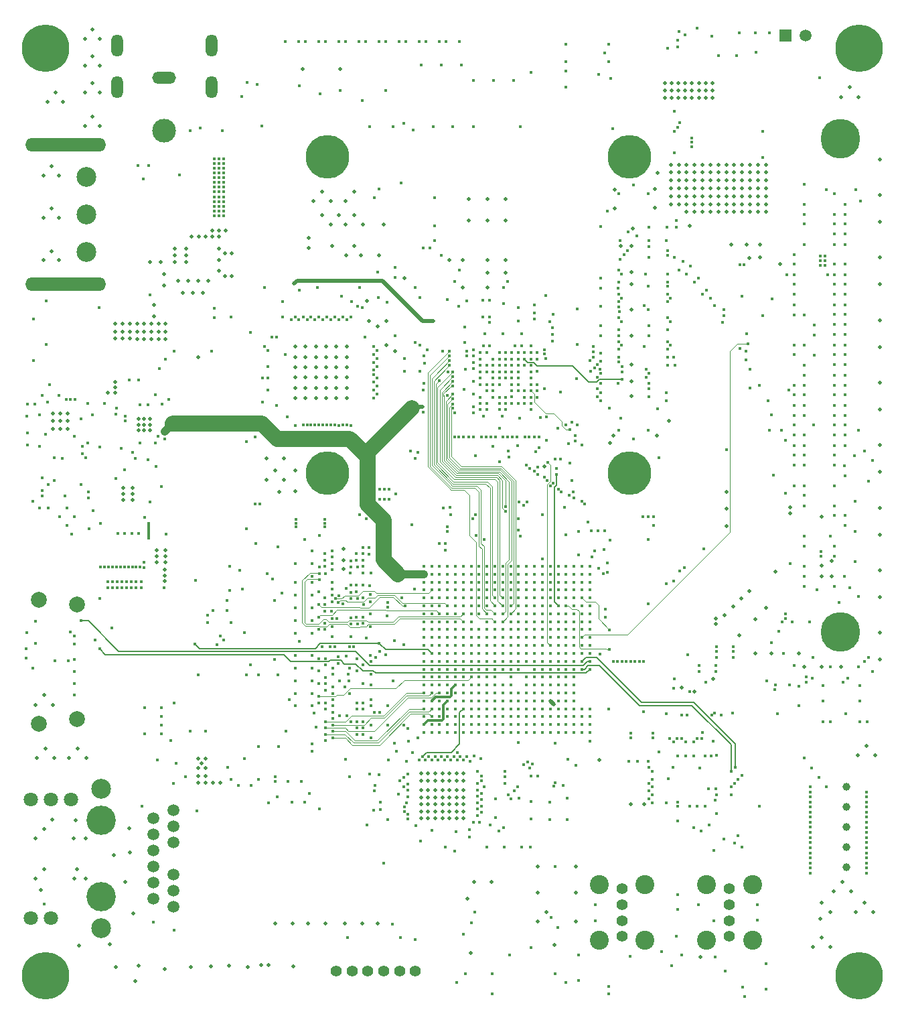
<source format=gbr>
G04 (created by PCBNEW (2013-07-07 BZR 4022)-stable) date 10/02/2015 04:29:17*
%MOIN*%
G04 Gerber Fmt 3.4, Leading zero omitted, Abs format*
%FSLAX34Y34*%
G01*
G70*
G90*
G04 APERTURE LIST*
%ADD10C,0.00590551*%
%ADD11C,0.019685*%
%ADD12R,0.0597X0.0597*%
%ADD13C,0.0597*%
%ADD14C,0.23622*%
%ADD15C,0.0787402*%
%ADD16C,0.216535*%
%ADD17C,0.0708661*%
%ADD18C,0.0590551*%
%ADD19C,0.0984252*%
%ADD20C,0.145669*%
%ADD21C,0.0393701*%
%ADD22C,0.0944882*%
%ADD23C,0.0551181*%
%ADD24C,0.015748*%
%ADD25C,0.19685*%
%ADD26O,0.401575X0.0669291*%
%ADD27O,0.0590551X0.110236*%
%ADD28O,0.11811X0.0590551*%
%ADD29C,0.11811*%
%ADD30C,0.00393701*%
%ADD31C,0.00787402*%
%ADD32C,0.019685*%
%ADD33C,0.0787402*%
%ADD34C,0.0393701*%
%ADD35C,0.011811*%
G04 APERTURE END LIST*
G54D10*
G54D11*
X71889Y-46692D03*
X71531Y-46232D03*
X71141Y-46692D03*
X71141Y-44566D03*
X71531Y-44106D03*
X71889Y-44566D03*
X71889Y-42480D03*
X71531Y-42019D03*
X71141Y-42480D03*
X71338Y-38818D03*
X71728Y-38358D03*
X72086Y-38818D03*
X73937Y-40000D03*
X73578Y-39539D03*
X73188Y-40000D03*
X73188Y-35669D03*
X73578Y-35208D03*
X73937Y-35669D03*
X73937Y-37007D03*
X73578Y-36547D03*
X73188Y-37007D03*
X73188Y-38346D03*
X73578Y-37885D03*
X73937Y-38346D03*
X104094Y-38602D03*
X104094Y-37874D03*
X104094Y-38248D03*
X103759Y-38248D03*
X103759Y-37874D03*
X103759Y-38602D03*
X103405Y-38602D03*
X103405Y-37874D03*
X103405Y-38248D03*
X103070Y-38248D03*
X103070Y-37874D03*
X103070Y-38602D03*
X105118Y-59055D03*
X105118Y-58208D03*
X105118Y-59921D03*
X107559Y-62185D03*
X88188Y-50925D03*
X88637Y-51200D03*
X93236Y-43653D03*
X92291Y-43653D03*
X94141Y-43653D03*
X94141Y-44716D03*
X94133Y-46673D03*
X94133Y-47303D03*
X92291Y-44716D03*
X84019Y-37181D03*
X85889Y-37185D03*
X79074Y-48307D03*
X78582Y-48307D03*
X78070Y-48307D03*
X77212Y-49850D03*
X77212Y-50598D03*
X77212Y-50244D03*
X76858Y-50244D03*
X76858Y-50598D03*
X76858Y-49850D03*
X76503Y-49850D03*
X76503Y-50598D03*
X76503Y-50244D03*
X75082Y-50236D03*
X75082Y-50590D03*
X75082Y-49842D03*
X74708Y-50236D03*
X74708Y-50590D03*
X74708Y-49842D03*
X75866Y-54866D03*
X76417Y-54866D03*
X76141Y-54866D03*
X76141Y-55141D03*
X76141Y-54590D03*
X76417Y-54590D03*
X76417Y-55141D03*
X75866Y-55141D03*
X71968Y-54688D03*
X71968Y-54314D03*
X71968Y-55062D03*
X72342Y-55062D03*
X72342Y-54314D03*
X72342Y-54688D03*
X75570Y-58307D03*
X75098Y-58307D03*
X77165Y-62637D03*
X106279Y-63129D03*
X105039Y-64330D03*
X79527Y-45216D03*
X80196Y-45216D03*
X79862Y-45216D03*
X79192Y-45511D03*
X79527Y-45511D03*
X78858Y-45511D03*
X78503Y-45511D03*
X77677Y-46456D03*
X78228Y-46456D03*
X78228Y-46791D03*
X77677Y-46791D03*
X84330Y-45570D03*
X78826Y-51507D03*
X79330Y-47696D03*
X78838Y-47696D03*
X78326Y-47696D03*
X77834Y-47696D03*
X76625Y-48897D03*
X77145Y-47933D03*
X77145Y-47381D03*
X77677Y-46122D03*
X78228Y-46122D03*
X76968Y-46791D03*
X79862Y-46673D03*
X86200Y-46437D03*
X86590Y-45976D03*
X86948Y-46437D03*
X85511Y-45964D03*
X84330Y-46082D03*
X80511Y-46358D03*
X80177Y-46358D03*
X80177Y-47480D03*
X80511Y-47480D03*
X74350Y-53287D03*
X74685Y-53011D03*
X74685Y-52736D03*
X74685Y-53287D03*
X75437Y-49842D03*
X75437Y-50590D03*
X75437Y-50236D03*
X98807Y-71535D03*
X104606Y-64507D03*
X105866Y-63523D03*
X105452Y-63897D03*
X107106Y-63976D03*
X104606Y-64783D03*
X106555Y-64527D03*
X105767Y-65354D03*
X106555Y-66259D03*
X103149Y-41929D03*
X103149Y-42322D03*
X103149Y-42716D03*
X103149Y-43503D03*
X103149Y-43110D03*
X103149Y-43897D03*
X103149Y-44291D03*
X102755Y-43897D03*
X102362Y-43897D03*
X102755Y-43110D03*
X102362Y-43110D03*
X102362Y-43503D03*
X102755Y-43503D03*
X102755Y-42716D03*
X102362Y-42716D03*
X102362Y-42322D03*
X102755Y-42322D03*
X102755Y-41929D03*
X102362Y-41929D03*
X103543Y-41929D03*
X103937Y-41929D03*
X103937Y-42322D03*
X103543Y-42322D03*
X103543Y-42716D03*
X103937Y-42716D03*
X103937Y-43503D03*
X103543Y-43503D03*
X103543Y-43110D03*
X103937Y-43110D03*
X103543Y-43897D03*
X103937Y-43897D03*
X103937Y-44291D03*
X103543Y-44291D03*
X107791Y-46889D03*
X101716Y-42334D03*
X106811Y-45925D03*
X106259Y-46570D03*
X93228Y-47303D03*
X93228Y-46673D03*
X93228Y-48051D03*
X92007Y-48051D03*
X100354Y-73759D03*
X101023Y-73759D03*
X97637Y-79586D03*
X97637Y-78129D03*
X97637Y-76830D03*
X95748Y-76830D03*
X95748Y-78129D03*
X93425Y-77618D03*
X92559Y-77618D03*
X92240Y-78448D03*
X92389Y-81149D03*
X96566Y-80759D03*
X95748Y-79586D03*
X96181Y-79114D03*
X74629Y-76291D03*
X75216Y-77602D03*
X75401Y-74960D03*
X87755Y-79665D03*
X87007Y-79665D03*
X86141Y-79665D03*
X82677Y-79665D03*
X83543Y-79665D03*
X85157Y-79665D03*
X84291Y-79665D03*
X79940Y-72677D03*
X79566Y-72677D03*
X78838Y-72677D03*
X79192Y-72677D03*
X109862Y-59429D03*
X110354Y-62401D03*
X110354Y-61633D03*
X109862Y-61870D03*
X109862Y-62401D03*
X108720Y-66259D03*
X107381Y-66259D03*
X104468Y-67500D03*
X103543Y-68129D03*
X102893Y-67933D03*
X99872Y-45964D03*
X81960Y-81755D03*
X81299Y-81830D03*
X83578Y-81799D03*
X82334Y-81755D03*
X102066Y-38602D03*
X102066Y-37874D03*
X102066Y-38248D03*
X102401Y-38248D03*
X102401Y-37874D03*
X102401Y-38602D03*
X102736Y-38602D03*
X102736Y-37874D03*
X102736Y-38248D03*
X104429Y-38248D03*
X104429Y-37874D03*
X104429Y-38602D03*
X103291Y-44980D03*
X106799Y-46555D03*
X83110Y-57618D03*
X82244Y-57618D03*
X82677Y-57145D03*
X103822Y-81342D03*
X93236Y-44716D03*
X86614Y-44429D03*
X86181Y-44901D03*
X87047Y-44901D03*
X85822Y-44440D03*
X86181Y-43759D03*
X86614Y-43287D03*
X87771Y-49980D03*
X85000Y-43287D03*
X84566Y-43759D03*
X85433Y-43759D03*
X85433Y-44901D03*
X85000Y-44429D03*
X86062Y-62027D03*
X86062Y-61043D03*
X86062Y-61594D03*
X82244Y-56555D03*
X83110Y-56555D03*
X83677Y-58188D03*
X83681Y-57141D03*
X82881Y-58212D03*
X88070Y-44901D03*
X92007Y-46673D03*
X91338Y-46673D03*
X87834Y-46437D03*
X89094Y-47578D03*
X87248Y-48700D03*
X88188Y-49704D03*
X87322Y-49704D03*
X96062Y-56948D03*
X99318Y-55787D03*
X101653Y-55413D03*
X102283Y-54685D03*
X99488Y-55413D03*
X100393Y-53444D03*
X100393Y-52696D03*
X100393Y-51870D03*
X100393Y-50452D03*
X100393Y-49153D03*
X100393Y-47893D03*
X100393Y-47263D03*
X100393Y-45964D03*
X100472Y-45098D03*
X106141Y-45925D03*
X105354Y-45925D03*
X99566Y-43169D03*
X99566Y-44114D03*
X101574Y-43129D03*
X101574Y-44074D03*
X111259Y-38090D03*
X110826Y-38562D03*
X111692Y-38562D03*
X112755Y-52775D03*
X112755Y-51003D03*
X112755Y-47893D03*
X112755Y-49665D03*
X112755Y-43444D03*
X112755Y-41673D03*
X112755Y-44783D03*
X112755Y-46555D03*
X112755Y-58996D03*
X112755Y-57224D03*
X112755Y-54114D03*
X112755Y-55885D03*
X112755Y-62106D03*
X112755Y-60334D03*
X112755Y-63444D03*
X112755Y-65216D03*
X112755Y-66555D03*
X110826Y-66909D03*
X109015Y-66909D03*
X109881Y-66909D03*
X112086Y-70846D03*
X111653Y-71318D03*
X112519Y-71318D03*
X111338Y-78090D03*
X110472Y-78090D03*
X110905Y-77618D03*
X112007Y-78641D03*
X111574Y-79114D03*
X112440Y-79114D03*
X110314Y-79114D03*
X109811Y-79460D03*
X109881Y-78641D03*
X109881Y-80374D03*
X109448Y-80846D03*
X110314Y-80846D03*
X79192Y-72342D03*
X78838Y-72342D03*
X75881Y-81791D03*
X75688Y-82531D03*
X77169Y-81933D03*
X74440Y-80720D03*
X72909Y-80791D03*
X74724Y-81830D03*
X72795Y-76988D03*
X72669Y-77452D03*
X73228Y-77460D03*
X71000Y-78023D03*
X70748Y-77460D03*
X71181Y-76988D03*
X71181Y-74980D03*
X70748Y-75452D03*
X71566Y-74507D03*
X73228Y-75452D03*
X72641Y-75456D03*
X72732Y-74559D03*
X72834Y-70964D03*
X72401Y-71437D03*
X73267Y-71437D03*
X71653Y-71437D03*
X70787Y-71437D03*
X71220Y-70964D03*
X71181Y-68326D03*
X70748Y-68799D03*
X71614Y-68799D03*
X80362Y-81791D03*
X78468Y-81858D03*
X79468Y-81811D03*
X75598Y-79181D03*
X75448Y-76149D03*
X76625Y-49468D03*
X75570Y-58602D03*
X75098Y-58602D03*
X79862Y-47224D03*
X79862Y-45511D03*
X79862Y-46102D03*
X76417Y-46791D03*
X75570Y-58011D03*
X75098Y-58011D03*
X92047Y-74429D03*
X91692Y-74429D03*
X90984Y-74429D03*
X91338Y-74429D03*
X90629Y-74429D03*
X90275Y-74429D03*
X89921Y-74429D03*
X89921Y-74114D03*
X90275Y-74114D03*
X90629Y-74114D03*
X91338Y-74114D03*
X90984Y-74114D03*
X91692Y-74114D03*
X92047Y-74114D03*
X92047Y-73759D03*
X91692Y-73759D03*
X90984Y-73759D03*
X91338Y-73759D03*
X90629Y-73759D03*
X90275Y-73759D03*
X89921Y-73759D03*
X89921Y-73051D03*
X90275Y-73051D03*
X90629Y-73051D03*
X91338Y-73051D03*
X90984Y-73051D03*
X91692Y-73051D03*
X92047Y-73051D03*
X92047Y-73405D03*
X91692Y-73405D03*
X90984Y-73405D03*
X91338Y-73405D03*
X90629Y-73405D03*
X90275Y-73405D03*
X89921Y-73405D03*
X89921Y-72578D03*
X90275Y-72578D03*
X90629Y-72578D03*
X91338Y-72578D03*
X90984Y-72578D03*
X91692Y-72578D03*
X92047Y-72578D03*
X92047Y-72224D03*
X91692Y-72224D03*
X90984Y-72224D03*
X91338Y-72224D03*
X90629Y-72224D03*
X90275Y-72224D03*
X89921Y-72224D03*
X77165Y-62362D03*
X77165Y-62086D03*
X77204Y-61417D03*
X76771Y-61417D03*
X76771Y-61712D03*
X77204Y-61712D03*
X77204Y-61122D03*
X76771Y-61122D03*
X71594Y-54688D03*
X71594Y-54314D03*
X71594Y-55062D03*
X76149Y-50244D03*
X75795Y-50244D03*
X75795Y-50598D03*
X76149Y-50598D03*
X75795Y-49850D03*
X76149Y-49850D03*
X75866Y-54590D03*
X108307Y-58976D03*
X108307Y-59291D03*
X104330Y-44291D03*
X104724Y-44291D03*
X105511Y-44291D03*
X105118Y-44291D03*
X105905Y-44291D03*
X106299Y-44291D03*
X106692Y-44291D03*
X107086Y-44291D03*
X107086Y-43897D03*
X106692Y-43897D03*
X106299Y-43897D03*
X105905Y-43897D03*
X105118Y-43897D03*
X105511Y-43897D03*
X104724Y-43897D03*
X104330Y-43897D03*
X107086Y-43110D03*
X106692Y-43110D03*
X106299Y-43110D03*
X105905Y-43110D03*
X105118Y-43110D03*
X105511Y-43110D03*
X104724Y-43110D03*
X104330Y-43110D03*
X104330Y-43503D03*
X104724Y-43503D03*
X105511Y-43503D03*
X105118Y-43503D03*
X105905Y-43503D03*
X106299Y-43503D03*
X106692Y-43503D03*
X107086Y-43503D03*
X107086Y-42716D03*
X106692Y-42716D03*
X106299Y-42716D03*
X105905Y-42716D03*
X105118Y-42716D03*
X105511Y-42716D03*
X104724Y-42716D03*
X104330Y-42716D03*
X104330Y-42322D03*
X104724Y-42322D03*
X105511Y-42322D03*
X105118Y-42322D03*
X105905Y-42322D03*
X106299Y-42322D03*
X106692Y-42322D03*
X107086Y-42322D03*
X107086Y-41929D03*
X106692Y-41929D03*
X106299Y-41929D03*
X105905Y-41929D03*
X105118Y-41929D03*
X105511Y-41929D03*
X104724Y-41929D03*
G54D12*
X108083Y-35511D03*
G54D13*
X109083Y-35511D03*
G54D14*
X111732Y-82283D03*
X111732Y-36141D03*
X71220Y-36141D03*
X71220Y-82283D03*
G54D11*
X104330Y-41929D03*
G54D15*
X70885Y-63562D03*
X72814Y-63799D03*
X72814Y-69507D03*
X70885Y-69744D03*
G54D11*
X78838Y-71948D03*
X78838Y-71476D03*
X79192Y-71476D03*
X79192Y-71948D03*
X79015Y-71712D03*
X83661Y-53543D03*
X83661Y-53031D03*
X83661Y-52007D03*
X83661Y-52519D03*
X83661Y-51496D03*
X83661Y-50984D03*
X84173Y-51496D03*
X84173Y-52519D03*
X84173Y-52007D03*
X84173Y-53031D03*
X84173Y-53543D03*
X84173Y-50984D03*
X84685Y-53543D03*
X84685Y-53031D03*
X84685Y-52007D03*
X84685Y-52519D03*
X84685Y-51496D03*
X84685Y-50984D03*
X85196Y-51496D03*
X85196Y-52519D03*
X85196Y-52007D03*
X85196Y-53031D03*
X85196Y-53543D03*
X85196Y-50984D03*
X85708Y-53543D03*
X85708Y-53031D03*
X85708Y-52007D03*
X85708Y-52519D03*
X85708Y-51496D03*
X85708Y-50984D03*
X86220Y-50984D03*
X86220Y-51496D03*
X86220Y-52007D03*
X86220Y-53543D03*
X86220Y-53031D03*
X86220Y-52519D03*
G54D16*
X100291Y-41531D03*
X85251Y-41531D03*
X100291Y-57279D03*
X85251Y-57279D03*
G54D17*
X71515Y-79417D03*
X70515Y-79417D03*
X72515Y-73496D03*
X71515Y-73496D03*
G54D18*
X77614Y-78854D03*
X77614Y-78055D03*
X77614Y-77255D03*
X77614Y-75657D03*
X77614Y-74858D03*
X77614Y-74059D03*
X76614Y-78454D03*
X76614Y-77655D03*
X76614Y-76856D03*
X76614Y-74458D03*
X76614Y-75257D03*
G54D19*
X74015Y-79921D03*
G54D20*
X74015Y-78356D03*
X74015Y-74557D03*
G54D19*
X74015Y-72992D03*
G54D18*
X76614Y-76057D03*
G54D17*
X70515Y-73496D03*
G54D21*
X111102Y-72881D03*
X111102Y-73881D03*
X111102Y-74881D03*
X111102Y-75881D03*
X111102Y-76881D03*
G54D22*
X106417Y-77755D03*
X104133Y-77755D03*
X106417Y-80511D03*
X104133Y-80511D03*
G54D23*
X105275Y-77952D03*
X105275Y-78740D03*
X105275Y-79527D03*
X105275Y-80314D03*
G54D22*
X101082Y-77755D03*
X98799Y-77755D03*
X101082Y-80511D03*
X98799Y-80511D03*
G54D23*
X99940Y-77952D03*
X99940Y-78740D03*
X99940Y-79527D03*
X99940Y-80314D03*
G54D24*
X98326Y-61909D03*
X98326Y-62303D03*
X98326Y-62696D03*
X98326Y-63090D03*
X98326Y-63484D03*
X98326Y-63877D03*
X98326Y-64271D03*
X98326Y-64665D03*
X98326Y-65059D03*
X98326Y-65452D03*
X98326Y-65846D03*
X98326Y-66240D03*
X98326Y-66633D03*
X98326Y-67027D03*
X98326Y-68996D03*
X98326Y-69389D03*
X98326Y-69783D03*
X98326Y-70177D03*
X97933Y-61909D03*
X97933Y-62303D03*
X97933Y-62696D03*
X97933Y-63090D03*
X97933Y-63484D03*
X97933Y-63877D03*
X97933Y-64271D03*
X97933Y-64665D03*
X97933Y-65059D03*
X97933Y-65452D03*
X97933Y-65846D03*
X97933Y-66240D03*
X97933Y-66633D03*
X97933Y-67027D03*
X97933Y-68996D03*
X97933Y-69389D03*
X97933Y-69783D03*
X97933Y-70177D03*
X97539Y-61909D03*
X97539Y-62303D03*
X97539Y-62696D03*
X97539Y-63090D03*
X97539Y-63484D03*
X97539Y-63877D03*
X97539Y-64271D03*
X97539Y-64665D03*
X97539Y-65059D03*
X97539Y-65452D03*
X97539Y-65846D03*
X97539Y-66240D03*
X97539Y-66633D03*
X97539Y-67027D03*
X97539Y-67421D03*
X97539Y-67814D03*
X97539Y-68208D03*
X97539Y-68602D03*
X97539Y-68996D03*
X97539Y-69389D03*
X97539Y-69783D03*
X97539Y-70177D03*
X97145Y-61909D03*
X97145Y-62303D03*
X97145Y-62696D03*
X97145Y-63090D03*
X97145Y-63484D03*
X97145Y-63877D03*
X97145Y-64271D03*
X97145Y-64665D03*
X97145Y-65059D03*
X97145Y-65452D03*
X97145Y-65846D03*
X97145Y-66240D03*
X97145Y-66633D03*
X97145Y-67027D03*
X97145Y-67421D03*
X97145Y-67814D03*
X97145Y-68208D03*
X97145Y-68602D03*
X97145Y-68996D03*
X97145Y-69389D03*
X97145Y-69783D03*
X97145Y-70177D03*
X96751Y-61909D03*
X96751Y-62303D03*
X96751Y-62696D03*
X96751Y-63090D03*
X96751Y-63484D03*
X96751Y-63877D03*
X96751Y-64271D03*
X96751Y-64665D03*
X96751Y-65059D03*
X96751Y-65452D03*
X96751Y-65846D03*
X96751Y-66240D03*
X96751Y-66633D03*
X96751Y-67027D03*
X96751Y-67421D03*
X96751Y-67814D03*
X96751Y-68208D03*
X96751Y-68602D03*
X96751Y-68996D03*
X96751Y-69389D03*
X96751Y-69783D03*
X96751Y-70177D03*
X96358Y-61909D03*
X96358Y-62303D03*
X96358Y-62696D03*
X96358Y-63090D03*
X96358Y-63484D03*
X96358Y-63877D03*
X96358Y-64271D03*
X96358Y-64665D03*
X96358Y-65059D03*
X96358Y-65452D03*
X96358Y-65846D03*
X96358Y-66240D03*
X96358Y-66633D03*
X96358Y-67027D03*
X96358Y-67421D03*
X96358Y-67814D03*
X96358Y-68208D03*
X96358Y-68602D03*
X96358Y-68996D03*
X96358Y-69389D03*
X96358Y-69783D03*
X96358Y-70177D03*
X95964Y-61909D03*
X95964Y-62303D03*
X95964Y-62696D03*
X95964Y-63090D03*
X95964Y-63484D03*
X95964Y-63877D03*
X95964Y-64271D03*
X95964Y-64665D03*
X95964Y-65059D03*
X95964Y-65452D03*
X95964Y-65846D03*
X95964Y-66240D03*
X95964Y-66633D03*
X95964Y-67027D03*
X95964Y-67421D03*
X95964Y-67814D03*
X95964Y-68208D03*
X95964Y-68602D03*
X95964Y-68996D03*
X95964Y-69389D03*
X95964Y-69783D03*
X95964Y-70177D03*
X95570Y-61909D03*
X95570Y-62303D03*
X95570Y-62696D03*
X95570Y-63090D03*
X95570Y-63484D03*
X95570Y-63877D03*
X95570Y-64271D03*
X95570Y-64665D03*
X95570Y-65059D03*
X95570Y-65452D03*
X95570Y-65846D03*
X95570Y-66240D03*
X95570Y-66633D03*
X95570Y-67027D03*
X95570Y-67421D03*
X95570Y-67814D03*
X95570Y-68208D03*
X95570Y-68602D03*
X95570Y-68996D03*
X95570Y-69389D03*
X95570Y-69783D03*
X95570Y-70177D03*
X95177Y-61909D03*
X95177Y-62303D03*
X95177Y-62696D03*
X95177Y-63090D03*
X95177Y-63484D03*
X95177Y-63877D03*
X95177Y-64271D03*
X95177Y-64665D03*
X95177Y-65059D03*
X95177Y-65452D03*
X95177Y-65846D03*
X95177Y-66240D03*
X95177Y-66633D03*
X95177Y-67421D03*
X95177Y-67814D03*
X95177Y-68208D03*
X95177Y-68602D03*
X95177Y-68996D03*
X95177Y-69389D03*
X95177Y-69783D03*
X95177Y-70177D03*
X94783Y-61909D03*
X94783Y-62303D03*
X94783Y-62696D03*
X94783Y-63090D03*
X94783Y-63484D03*
X94783Y-63877D03*
X94783Y-64271D03*
X94783Y-64665D03*
X94783Y-65059D03*
X94783Y-65452D03*
X94783Y-65846D03*
X94783Y-66240D03*
X94783Y-66633D03*
X94783Y-67027D03*
X94783Y-68208D03*
X94783Y-68602D03*
X94783Y-68996D03*
X94783Y-69389D03*
X94783Y-69783D03*
X94783Y-70177D03*
X94389Y-61909D03*
X94389Y-62303D03*
X94389Y-62696D03*
X94389Y-63090D03*
X94389Y-63484D03*
X94389Y-63877D03*
X94389Y-64271D03*
X94389Y-64665D03*
X94389Y-65059D03*
X94389Y-65452D03*
X94389Y-65846D03*
X94389Y-66240D03*
X94389Y-66633D03*
X94389Y-67027D03*
X94389Y-67421D03*
X94389Y-67814D03*
X94389Y-68208D03*
X94389Y-68602D03*
X94389Y-68996D03*
X94389Y-69389D03*
X94389Y-69783D03*
X94389Y-70177D03*
X93996Y-61909D03*
X93996Y-62303D03*
X93996Y-62696D03*
X93996Y-63090D03*
X93996Y-63484D03*
X93996Y-63877D03*
X93996Y-64271D03*
X93996Y-64665D03*
X93996Y-65059D03*
X93996Y-65452D03*
X93996Y-65846D03*
X93996Y-66240D03*
X93996Y-66633D03*
X93996Y-67027D03*
X93996Y-67814D03*
X93996Y-68208D03*
X93996Y-68602D03*
X93996Y-68996D03*
X93996Y-69389D03*
X93996Y-69783D03*
X93996Y-70177D03*
X93602Y-61909D03*
X93602Y-62303D03*
X93602Y-62696D03*
X93602Y-63090D03*
X93602Y-63484D03*
X93602Y-63877D03*
X93602Y-64271D03*
X93602Y-64665D03*
X93602Y-65059D03*
X93602Y-65452D03*
X93602Y-65846D03*
X93602Y-66240D03*
X93602Y-66633D03*
X93602Y-67027D03*
X93602Y-67421D03*
X93602Y-67814D03*
X93602Y-68208D03*
X93602Y-68602D03*
X93602Y-68996D03*
X93602Y-69389D03*
X93602Y-69783D03*
X93602Y-70177D03*
X93208Y-61909D03*
X93208Y-62303D03*
X93208Y-62696D03*
X93208Y-63090D03*
X93208Y-63484D03*
X93208Y-63877D03*
X93208Y-64271D03*
X93208Y-64665D03*
X93208Y-65059D03*
X93208Y-65452D03*
X93208Y-65846D03*
X93208Y-66240D03*
X93208Y-66633D03*
X93208Y-67027D03*
X93208Y-67421D03*
X93208Y-67814D03*
X93208Y-68208D03*
X93208Y-68602D03*
X93208Y-68996D03*
X93208Y-69389D03*
X93208Y-69783D03*
X93208Y-70177D03*
X92814Y-61909D03*
X92814Y-62303D03*
X92814Y-62696D03*
X92814Y-63090D03*
X92814Y-63484D03*
X92814Y-63877D03*
X92814Y-64271D03*
X92814Y-65059D03*
X92814Y-65452D03*
X92814Y-65846D03*
X92814Y-66240D03*
X92814Y-66633D03*
X92814Y-67027D03*
X92814Y-67421D03*
X92814Y-67814D03*
X92814Y-68208D03*
X92814Y-68602D03*
X92814Y-68996D03*
X92814Y-69389D03*
X92814Y-69783D03*
X92814Y-70177D03*
X92421Y-61909D03*
X92421Y-62303D03*
X92421Y-62696D03*
X92421Y-63090D03*
X92421Y-63484D03*
X92421Y-63877D03*
X92421Y-64271D03*
X92421Y-64665D03*
X92421Y-65059D03*
X92421Y-65452D03*
X92421Y-65846D03*
X92421Y-66240D03*
X92421Y-66633D03*
X92421Y-67027D03*
X92421Y-67421D03*
X92421Y-67814D03*
X92421Y-68208D03*
X92421Y-68602D03*
X92421Y-68996D03*
X92421Y-69389D03*
X92421Y-69783D03*
X92421Y-70177D03*
X92027Y-61909D03*
X92027Y-62303D03*
X92027Y-62696D03*
X92027Y-63090D03*
X92027Y-63484D03*
X92027Y-63877D03*
X92027Y-64271D03*
X92027Y-64665D03*
X92027Y-65059D03*
X92027Y-65452D03*
X92027Y-65846D03*
X92027Y-66240D03*
X92027Y-66633D03*
X92027Y-67027D03*
X92027Y-67421D03*
X92027Y-67814D03*
X92027Y-68208D03*
X92027Y-68602D03*
X92027Y-68996D03*
X92027Y-69389D03*
X92027Y-69783D03*
X92027Y-70177D03*
X91633Y-61909D03*
X91633Y-62303D03*
X91633Y-62696D03*
X91633Y-63090D03*
X91633Y-63484D03*
X91633Y-63877D03*
X91633Y-64271D03*
X91633Y-64665D03*
X91633Y-65059D03*
X91633Y-65452D03*
X91633Y-65846D03*
X91633Y-66240D03*
X91633Y-66633D03*
X91633Y-67027D03*
X91633Y-67421D03*
X91633Y-67814D03*
X91633Y-68208D03*
X91633Y-68602D03*
X91633Y-68996D03*
X91633Y-69389D03*
X91633Y-69783D03*
X91633Y-70177D03*
X91240Y-61909D03*
X91240Y-62303D03*
X91240Y-62696D03*
X91240Y-63090D03*
X91240Y-63484D03*
X91240Y-63877D03*
X91240Y-64271D03*
X91240Y-64665D03*
X91240Y-65059D03*
X91240Y-65452D03*
X91240Y-65846D03*
X91240Y-66240D03*
X91240Y-66633D03*
X91240Y-67027D03*
X91240Y-67421D03*
X91240Y-67814D03*
X91240Y-68208D03*
X91240Y-68602D03*
X91240Y-68996D03*
X91240Y-69389D03*
X91240Y-69783D03*
X91240Y-70177D03*
X90846Y-61909D03*
X90846Y-62303D03*
X90846Y-62696D03*
X90846Y-63090D03*
X90846Y-63484D03*
X90846Y-63877D03*
X90846Y-64271D03*
X90846Y-64665D03*
X90846Y-65059D03*
X90846Y-65452D03*
X90846Y-65846D03*
X90846Y-66240D03*
X90846Y-66633D03*
X90846Y-67027D03*
X90846Y-67421D03*
X90846Y-67814D03*
X90846Y-68208D03*
X90846Y-68602D03*
X90846Y-68996D03*
X90846Y-69389D03*
X90846Y-69783D03*
X90846Y-70177D03*
X90452Y-61909D03*
X90452Y-62303D03*
X90452Y-62696D03*
X90452Y-63090D03*
X90452Y-63484D03*
X90452Y-63877D03*
X90452Y-64271D03*
X90452Y-64665D03*
X90452Y-65059D03*
X90452Y-65452D03*
X90452Y-65846D03*
X90452Y-66240D03*
X90452Y-66633D03*
X90452Y-67027D03*
X90452Y-67421D03*
X90452Y-67814D03*
X90452Y-68208D03*
X90452Y-68602D03*
X90452Y-68996D03*
X90452Y-69389D03*
X90452Y-69783D03*
X90452Y-70177D03*
X90059Y-61909D03*
X90059Y-62303D03*
X90059Y-62696D03*
X90059Y-63090D03*
X90059Y-63484D03*
X90059Y-63877D03*
X90059Y-64271D03*
X90059Y-64665D03*
X90059Y-65059D03*
X90059Y-65452D03*
X90059Y-65846D03*
X90059Y-66240D03*
X90059Y-66633D03*
X90059Y-67027D03*
X90059Y-67421D03*
X90059Y-67814D03*
X90059Y-68208D03*
X90059Y-68602D03*
X90059Y-68996D03*
X90059Y-69389D03*
X90059Y-69783D03*
X90059Y-70177D03*
G54D25*
X110787Y-40633D03*
X110787Y-65192D03*
G54D24*
X80102Y-44000D03*
X79866Y-44000D03*
X79629Y-44236D03*
X79629Y-44000D03*
X79629Y-44472D03*
X79866Y-44472D03*
X80102Y-44472D03*
X80102Y-44236D03*
X79866Y-44236D03*
X79629Y-43055D03*
X79866Y-43055D03*
X80102Y-43055D03*
X79866Y-43527D03*
X80102Y-43527D03*
X80102Y-43763D03*
X79866Y-43763D03*
X79629Y-43763D03*
X79629Y-43291D03*
X79629Y-43527D03*
X79866Y-43291D03*
X80102Y-43291D03*
X80102Y-42346D03*
X79866Y-42346D03*
X79629Y-42582D03*
X79629Y-42346D03*
X79629Y-42818D03*
X79866Y-42818D03*
X80102Y-42818D03*
X80102Y-42582D03*
X79866Y-42582D03*
X79866Y-41874D03*
X80102Y-41874D03*
X80102Y-42110D03*
X79866Y-42110D03*
X79629Y-42110D03*
X79629Y-41637D03*
X79629Y-41874D03*
X79866Y-41637D03*
X80102Y-41637D03*
G54D19*
X73251Y-42539D03*
X73251Y-44409D03*
X73251Y-46279D03*
G54D26*
X72244Y-47874D03*
X72244Y-40944D03*
G54D27*
X74803Y-38066D03*
X74803Y-36019D03*
X79488Y-36019D03*
G54D28*
X77145Y-37614D03*
G54D27*
X79488Y-38066D03*
G54D29*
X77145Y-40232D03*
G54D23*
X85708Y-82047D03*
X86496Y-82047D03*
X89645Y-82047D03*
X88858Y-82047D03*
X88070Y-82047D03*
X87283Y-82047D03*
G54D24*
X99468Y-40137D03*
X94822Y-54557D03*
X89271Y-73051D03*
X87606Y-73062D03*
X95389Y-73602D03*
X92923Y-74143D03*
X96326Y-73629D03*
X92539Y-74645D03*
X82751Y-73385D03*
X90462Y-71545D03*
X83507Y-73649D03*
X90620Y-71377D03*
X84149Y-73633D03*
X90935Y-71377D03*
X84377Y-73212D03*
X91250Y-71377D03*
X91407Y-71545D03*
X91564Y-71377D03*
X91879Y-71377D03*
X92037Y-71545D03*
X92923Y-73828D03*
X92746Y-73671D03*
X92923Y-73513D03*
X92746Y-73356D03*
X92746Y-73041D03*
X93080Y-72883D03*
X92746Y-72726D03*
X92923Y-72568D03*
X102755Y-47185D03*
X111023Y-44409D03*
X110511Y-44881D03*
X102952Y-46751D03*
X99763Y-47185D03*
X102185Y-48759D03*
X105000Y-49133D03*
X111023Y-48897D03*
X99763Y-48759D03*
X104921Y-49763D03*
X110511Y-49370D03*
X103149Y-47381D03*
X102185Y-47381D03*
X111023Y-44881D03*
X110511Y-45393D03*
X103346Y-46968D03*
X99901Y-47381D03*
X103543Y-47775D03*
X102185Y-47775D03*
X111023Y-45905D03*
X99763Y-47775D03*
X103740Y-47578D03*
X110511Y-46889D03*
X103937Y-48366D03*
X102185Y-48366D03*
X111023Y-47401D03*
X104133Y-48188D03*
X99763Y-48366D03*
X110511Y-47874D03*
X104330Y-48562D03*
X102322Y-48562D03*
X111023Y-47874D03*
X104527Y-48956D03*
X99901Y-48562D03*
X110511Y-48385D03*
X102185Y-49547D03*
X106102Y-51653D03*
X110511Y-51377D03*
X99763Y-49547D03*
X105787Y-51062D03*
X110511Y-50905D03*
X102185Y-51122D03*
X108070Y-55629D03*
X110511Y-55393D03*
X108070Y-58267D03*
X99763Y-51122D03*
X111023Y-55393D03*
X102322Y-49744D03*
X106299Y-52125D03*
X111023Y-51889D03*
X106771Y-52913D03*
X99901Y-49744D03*
X111023Y-52401D03*
X102185Y-50137D03*
X107204Y-53661D03*
X111023Y-53385D03*
X106299Y-53051D03*
X110511Y-52401D03*
X99763Y-50137D03*
X107362Y-54370D03*
X102185Y-50728D03*
X110511Y-53897D03*
X107283Y-55157D03*
X99763Y-50728D03*
X111023Y-53897D03*
X102322Y-50925D03*
X107874Y-55157D03*
X111023Y-54881D03*
X107480Y-57381D03*
X99901Y-50925D03*
X110511Y-54409D03*
X85137Y-61909D03*
X86437Y-61633D03*
X87027Y-61909D03*
X85511Y-61141D03*
X87027Y-60964D03*
X85511Y-61771D03*
X87027Y-61594D03*
X85137Y-61594D03*
X86712Y-61594D03*
X85511Y-61456D03*
X87027Y-61279D03*
X85137Y-61279D03*
X86712Y-61279D03*
X85137Y-63484D03*
X87027Y-63484D03*
X85452Y-64153D03*
X86712Y-64429D03*
X87401Y-64291D03*
X84822Y-64429D03*
X87401Y-64921D03*
X84822Y-65059D03*
X85679Y-63523D03*
X85511Y-63031D03*
X88956Y-63464D03*
X86712Y-63169D03*
X87864Y-66151D03*
X87362Y-62874D03*
X84822Y-63169D03*
X87401Y-63661D03*
X89133Y-63877D03*
X84822Y-63799D03*
X85137Y-64744D03*
X85816Y-63700D03*
X88267Y-63952D03*
X87027Y-64744D03*
X87047Y-69645D03*
X85531Y-69803D03*
X85157Y-69645D03*
X86732Y-70275D03*
X85157Y-70590D03*
X86732Y-69645D03*
X86141Y-67921D03*
X85157Y-69960D03*
X87047Y-69960D03*
X85531Y-70118D03*
X86732Y-69960D03*
X85157Y-70275D03*
X87047Y-70275D03*
X85531Y-70433D03*
X87047Y-67755D03*
X85157Y-68070D03*
X86732Y-67125D03*
X85531Y-67283D03*
X84842Y-67125D03*
X87421Y-67283D03*
X84842Y-66496D03*
X87421Y-66653D03*
X86250Y-69330D03*
X85531Y-68543D03*
X84842Y-68385D03*
X87421Y-68543D03*
X84842Y-67755D03*
X87421Y-67814D03*
X87047Y-66811D03*
X85157Y-66811D03*
X95177Y-56889D03*
X87568Y-50984D03*
X95324Y-57037D03*
X87726Y-51181D03*
X97933Y-58661D03*
X87726Y-53346D03*
X98080Y-58809D03*
X87568Y-53543D03*
X95570Y-57185D03*
X87568Y-51377D03*
X87726Y-51574D03*
X95718Y-57332D03*
X96062Y-57480D03*
X87568Y-51771D03*
X96210Y-57627D03*
X87726Y-51968D03*
X96751Y-58070D03*
X87726Y-52559D03*
X96899Y-58218D03*
X87568Y-52755D03*
X97293Y-58366D03*
X87726Y-52952D03*
X97539Y-58513D03*
X87568Y-53149D03*
X83858Y-65649D03*
X95248Y-71637D03*
X86358Y-72364D03*
X95031Y-71787D03*
X87370Y-72228D03*
X95318Y-71940D03*
X87846Y-72287D03*
X96606Y-70704D03*
X91505Y-54055D03*
X91515Y-52952D03*
X94143Y-58956D03*
X91348Y-51909D03*
X91348Y-51683D03*
X90826Y-52687D03*
X91505Y-53572D03*
X91505Y-53346D03*
X91515Y-52470D03*
X91348Y-51427D03*
X91515Y-52726D03*
X94143Y-59173D03*
X91505Y-53828D03*
X91348Y-51200D03*
X91515Y-52244D03*
X95098Y-55492D03*
X95305Y-55492D03*
X92519Y-55492D03*
X91811Y-55492D03*
X92293Y-55492D03*
X92037Y-55492D03*
X93415Y-55492D03*
X93641Y-55492D03*
X95787Y-55492D03*
X94478Y-55492D03*
X94704Y-55492D03*
X95561Y-55492D03*
X93996Y-55492D03*
X94222Y-55492D03*
X92933Y-55492D03*
X93159Y-55492D03*
X82795Y-67322D03*
X82795Y-60954D03*
X78828Y-67322D03*
X80413Y-61909D03*
X81909Y-58799D03*
X81830Y-67322D03*
X94783Y-59547D03*
X81220Y-67322D03*
X81692Y-60787D03*
X102129Y-69228D03*
X102129Y-62779D03*
X77007Y-68937D03*
X77007Y-69370D03*
X77007Y-69803D03*
X77007Y-70236D03*
X109291Y-77165D03*
X109291Y-76909D03*
X109291Y-74645D03*
X109291Y-74389D03*
X109291Y-74143D03*
X109291Y-73887D03*
X109291Y-73641D03*
X109291Y-73385D03*
X109291Y-76663D03*
X109291Y-76407D03*
X109291Y-76161D03*
X109291Y-75905D03*
X109291Y-75649D03*
X109291Y-75403D03*
X109291Y-75147D03*
X109291Y-74891D03*
X112106Y-77165D03*
X112106Y-76909D03*
X112106Y-74645D03*
X112106Y-74389D03*
X112106Y-74143D03*
X112106Y-73887D03*
X112106Y-73631D03*
X112106Y-73385D03*
X112106Y-76663D03*
X112106Y-76407D03*
X112106Y-76161D03*
X112106Y-75905D03*
X112106Y-75649D03*
X112106Y-75403D03*
X112106Y-75147D03*
X112106Y-74901D03*
X101013Y-69143D03*
X101269Y-71909D03*
X101417Y-72106D03*
X94094Y-72106D03*
X94094Y-72391D03*
X101417Y-72500D03*
X94094Y-72696D03*
X101269Y-72696D03*
X94724Y-72893D03*
X101417Y-72893D03*
X94566Y-73090D03*
X101269Y-73090D03*
X94251Y-73287D03*
X101417Y-73287D03*
X101269Y-73484D03*
X94409Y-73484D03*
X72677Y-65767D03*
X73710Y-65570D03*
X104511Y-79535D03*
X103728Y-78740D03*
X94055Y-75866D03*
X105000Y-75492D03*
X105354Y-72893D03*
X95354Y-75866D03*
X105885Y-75866D03*
X105885Y-72303D03*
X104507Y-76043D03*
X104566Y-73543D03*
X96594Y-76850D03*
X93188Y-75866D03*
X105708Y-75314D03*
X105708Y-72500D03*
X94921Y-75866D03*
X105531Y-75688D03*
X105531Y-72696D03*
X95393Y-37350D03*
X95393Y-50954D03*
X94448Y-51289D03*
X88641Y-47047D03*
X91594Y-47755D03*
X94242Y-47755D03*
X89921Y-36968D03*
X92874Y-51289D03*
X90925Y-36968D03*
X93188Y-51919D03*
X91929Y-36968D03*
X93031Y-50954D03*
X92519Y-37736D03*
X93188Y-51289D03*
X93523Y-37736D03*
X93346Y-50954D03*
X94527Y-37736D03*
X93503Y-51604D03*
X104744Y-36496D03*
X98513Y-50964D03*
X93818Y-51289D03*
X105629Y-36496D03*
X98336Y-51692D03*
X93818Y-51604D03*
X106614Y-36338D03*
X94133Y-51919D03*
X98690Y-51879D03*
X99360Y-37647D03*
X97440Y-54728D03*
X95393Y-53494D03*
X86992Y-38740D03*
X94133Y-52549D03*
X84905Y-38409D03*
X94763Y-52864D03*
X88169Y-38248D03*
X95393Y-53809D03*
X85885Y-38244D03*
X94763Y-53179D03*
X83866Y-38015D03*
X95866Y-54498D03*
X111053Y-69242D03*
X107657Y-69232D03*
X76692Y-55787D03*
X76161Y-59488D03*
X89468Y-59842D03*
X78681Y-65787D03*
X76830Y-55452D03*
X87844Y-65738D03*
X70944Y-54389D03*
X70590Y-58681D03*
X98248Y-59724D03*
X77381Y-53622D03*
X72716Y-53622D03*
X101259Y-53484D03*
X84862Y-62263D03*
X84862Y-62578D03*
X87047Y-69015D03*
X87047Y-68700D03*
X86870Y-59360D03*
X91387Y-59360D03*
X86751Y-61948D03*
X86437Y-61948D03*
X92500Y-59527D03*
X87194Y-59527D03*
X87037Y-62253D03*
X86437Y-63523D03*
X85728Y-64507D03*
X85511Y-63661D03*
X84488Y-62401D03*
X84143Y-60570D03*
X93061Y-60570D03*
X86200Y-63011D03*
X86437Y-64783D03*
X85511Y-64921D03*
X85511Y-62086D03*
X84862Y-61948D03*
X84862Y-60374D03*
X92667Y-60374D03*
X85177Y-62263D03*
X85846Y-63366D03*
X86407Y-62234D03*
X85866Y-67598D03*
X85866Y-69330D03*
X85807Y-66417D03*
X85531Y-69488D03*
X85157Y-69015D03*
X85000Y-65925D03*
X85531Y-67913D03*
X86289Y-67283D03*
X87598Y-69173D03*
X87667Y-66427D03*
X85639Y-65925D03*
X86358Y-65925D03*
X86417Y-69645D03*
X86200Y-66368D03*
X87864Y-69173D03*
X88248Y-64374D03*
X86574Y-65925D03*
X86732Y-69015D03*
X85531Y-69173D03*
X85413Y-65925D03*
X73011Y-64625D03*
X73917Y-66003D03*
X79783Y-65816D03*
X86220Y-49635D03*
X79940Y-65383D03*
X85826Y-49635D03*
X74547Y-64980D03*
X96358Y-57923D03*
X87568Y-52372D03*
X87568Y-52155D03*
X96505Y-57775D03*
X81043Y-63031D03*
X84448Y-49517D03*
X84645Y-49635D03*
X80885Y-62106D03*
X80098Y-65580D03*
X85629Y-49517D03*
X97500Y-58208D03*
X111023Y-49370D03*
X105118Y-56102D03*
X99763Y-51515D03*
X97342Y-56791D03*
X111496Y-56417D03*
X102185Y-51515D03*
X107746Y-65137D03*
X108503Y-48385D03*
X108503Y-47874D03*
X107362Y-65698D03*
X94311Y-56486D03*
X89401Y-56161D03*
X91236Y-60165D03*
X98555Y-61129D03*
X89767Y-56240D03*
X91232Y-59937D03*
X94870Y-60425D03*
X95968Y-61555D03*
X95078Y-51917D03*
X91602Y-55480D03*
X81653Y-55472D03*
X74822Y-60275D03*
X81653Y-58799D03*
X94744Y-55905D03*
X94448Y-52234D03*
X98740Y-60137D03*
X99921Y-52244D03*
X94921Y-50954D03*
X95078Y-51604D03*
X99921Y-52608D03*
X99074Y-60137D03*
X97696Y-50875D03*
X94606Y-50954D03*
X95724Y-56984D03*
X94133Y-51289D03*
X81417Y-50285D03*
X81417Y-66811D03*
X90236Y-51141D03*
X91358Y-58984D03*
X95964Y-59360D03*
X94133Y-51604D03*
X94751Y-49720D03*
X94448Y-51604D03*
X96318Y-49753D03*
X95078Y-51289D03*
X98513Y-51515D03*
X98405Y-60137D03*
X98362Y-52220D03*
X97783Y-60185D03*
X94448Y-51919D03*
X93848Y-56722D03*
X94133Y-52234D03*
X88641Y-50433D03*
X88641Y-47539D03*
X95393Y-51289D03*
X75157Y-60275D03*
X96078Y-53062D03*
X89881Y-50925D03*
X89881Y-48543D03*
X94763Y-52234D03*
X75531Y-60275D03*
X96220Y-56732D03*
X89625Y-56555D03*
X89645Y-48041D03*
X89645Y-50767D03*
X94763Y-51919D03*
X91614Y-54291D03*
X94763Y-51604D03*
X94763Y-53809D03*
X95566Y-49614D03*
X95393Y-54124D03*
X96151Y-54488D03*
X98503Y-51259D03*
X99874Y-54547D03*
X93090Y-50334D03*
X90984Y-51200D03*
X96724Y-55059D03*
X85118Y-59763D03*
X93346Y-49763D03*
X85118Y-59566D03*
X85118Y-59960D03*
X94448Y-53484D03*
X95393Y-51604D03*
X93484Y-55944D03*
X76102Y-42637D03*
X75826Y-41968D03*
X76377Y-41968D03*
X94881Y-40039D03*
X92519Y-40039D03*
X91515Y-40039D03*
X90531Y-40039D03*
X91181Y-35807D03*
X91850Y-35807D03*
X90846Y-35807D03*
X90177Y-35807D03*
X89173Y-35807D03*
X89842Y-35807D03*
X88838Y-35807D03*
X88169Y-35807D03*
X87165Y-35807D03*
X87834Y-35807D03*
X86181Y-35807D03*
X86850Y-35807D03*
X85846Y-35807D03*
X85177Y-35807D03*
X84173Y-35807D03*
X84842Y-35807D03*
X83838Y-35807D03*
X83169Y-35807D03*
X94763Y-52549D03*
X96122Y-51564D03*
X89901Y-75570D03*
X106043Y-83326D03*
X107106Y-81673D03*
X98858Y-45019D03*
X97637Y-71811D03*
X82677Y-72362D03*
X82677Y-72618D03*
X92614Y-79094D03*
X92425Y-79633D03*
X93464Y-83169D03*
X93464Y-82165D03*
X71417Y-52874D03*
X88070Y-76692D03*
X87244Y-74763D03*
X101496Y-59862D03*
X101240Y-60570D03*
X103027Y-61964D03*
X102696Y-78976D03*
X102696Y-78228D03*
X96141Y-48435D03*
X95551Y-48897D03*
X96614Y-56574D03*
X92185Y-48700D03*
X91811Y-48976D03*
X93996Y-50334D03*
X90078Y-52795D03*
X90059Y-51437D03*
X89094Y-52224D03*
X87775Y-47283D03*
X92627Y-56397D03*
X96476Y-50374D03*
X97145Y-54862D03*
X82322Y-73661D03*
X83956Y-72618D03*
X83307Y-72618D03*
X70334Y-55866D03*
X84645Y-54893D03*
X74173Y-53818D03*
X71377Y-59015D03*
X71653Y-57637D03*
X72204Y-58425D03*
X71062Y-58425D03*
X71062Y-57519D03*
X71062Y-58149D03*
X71377Y-57834D03*
X73070Y-55944D03*
X75000Y-56043D03*
X77165Y-55570D03*
X77047Y-53838D03*
X76417Y-58700D03*
X74744Y-57539D03*
X75165Y-57094D03*
X73937Y-63523D03*
X76318Y-56614D03*
X75944Y-53877D03*
X74744Y-54350D03*
X73917Y-55964D03*
X71673Y-56515D03*
X73326Y-55767D03*
X72657Y-55433D03*
X73326Y-53799D03*
X72480Y-53622D03*
X72263Y-53622D03*
X71318Y-53740D03*
X71082Y-53405D03*
X71220Y-55354D03*
X70334Y-55275D03*
X70334Y-53838D03*
X72677Y-59429D03*
X71929Y-59429D03*
X72303Y-59862D03*
X72303Y-58996D03*
X73248Y-56515D03*
X73011Y-57834D03*
X76732Y-56929D03*
X73956Y-59763D03*
X73366Y-58208D03*
X73366Y-58523D03*
X77125Y-62992D03*
X77244Y-60314D03*
X75944Y-61929D03*
X76141Y-61722D03*
X73976Y-61929D03*
X75748Y-61929D03*
X75157Y-61929D03*
X74566Y-61929D03*
X75354Y-61929D03*
X75551Y-61929D03*
X74763Y-61929D03*
X74960Y-61929D03*
X74370Y-61929D03*
X74173Y-61929D03*
X79311Y-64704D03*
X106003Y-46909D03*
X105787Y-46909D03*
X105905Y-48464D03*
X106141Y-50334D03*
X95393Y-72342D03*
X101456Y-70196D03*
X101456Y-70452D03*
X100354Y-70196D03*
X100354Y-70452D03*
X91122Y-60767D03*
X90846Y-60767D03*
X91023Y-58996D03*
X88090Y-58070D03*
X87854Y-58070D03*
X88346Y-58070D03*
X88090Y-58562D03*
X87854Y-58562D03*
X88346Y-58562D03*
X94783Y-70688D03*
X80019Y-40255D03*
X82007Y-40000D03*
X77637Y-51200D03*
X79507Y-51200D03*
X70649Y-49625D03*
X71279Y-50866D03*
X76437Y-48405D03*
X82736Y-53917D03*
X101220Y-63779D03*
X76610Y-79602D03*
X77618Y-80015D03*
X76039Y-73850D03*
X78771Y-74062D03*
X98598Y-79535D03*
X98614Y-78740D03*
X106657Y-78755D03*
X106669Y-79515D03*
X104566Y-81350D03*
X105070Y-82031D03*
X100318Y-81314D03*
X97779Y-82507D03*
X97783Y-81228D03*
X77196Y-51598D03*
X75385Y-52645D03*
X75858Y-52633D03*
X76901Y-52090D03*
X75874Y-60275D03*
X99338Y-60614D03*
X102795Y-62157D03*
X92649Y-59354D03*
X88677Y-58311D03*
X106933Y-41566D03*
X106933Y-40287D03*
X81283Y-37846D03*
X81775Y-37929D03*
X102188Y-36141D03*
X96389Y-79389D03*
X96732Y-79881D03*
X96594Y-82165D03*
X97133Y-82622D03*
X91708Y-82618D03*
X92125Y-82169D03*
X92035Y-80204D03*
X89055Y-65807D03*
X86330Y-67598D03*
X93622Y-73484D03*
X88543Y-67598D03*
X88267Y-68858D03*
X90031Y-54228D03*
X97696Y-54862D03*
X97669Y-52586D03*
X96984Y-72811D03*
X96531Y-72846D03*
X91244Y-53405D03*
X92051Y-53106D03*
X96870Y-53244D03*
X95814Y-56015D03*
X87007Y-49051D03*
X85980Y-48468D03*
X83027Y-49500D03*
X84779Y-48055D03*
X84055Y-54893D03*
X84251Y-54893D03*
X84448Y-54893D03*
X84842Y-54889D03*
X85039Y-54893D03*
X85236Y-54893D03*
X85433Y-54893D03*
X85629Y-54893D03*
X85826Y-54897D03*
X86023Y-54893D03*
X86220Y-54893D03*
X103177Y-69322D03*
X104535Y-69196D03*
X104397Y-69322D03*
X103917Y-70177D03*
X105433Y-69212D03*
X104877Y-69318D03*
X88590Y-70720D03*
X84055Y-49517D03*
X98858Y-48070D03*
X105000Y-49429D03*
X106948Y-49429D03*
X102165Y-45039D03*
X104409Y-35551D03*
X102755Y-35314D03*
X99055Y-36377D03*
X99251Y-36811D03*
X99251Y-35944D03*
X97125Y-36811D03*
X97125Y-35944D03*
X95393Y-80866D03*
X76161Y-70236D03*
X76161Y-68937D03*
X91614Y-76062D03*
X107952Y-66259D03*
X111181Y-67480D03*
X109409Y-67480D03*
X111771Y-67854D03*
X111771Y-68602D03*
X109921Y-68602D03*
X109921Y-67854D03*
X108740Y-68838D03*
X109094Y-67677D03*
X110944Y-67677D03*
X109783Y-37598D03*
X102539Y-40275D03*
X102539Y-41358D03*
X102716Y-40078D03*
X100492Y-55570D03*
X99763Y-55137D03*
X101220Y-55137D03*
X70255Y-66476D03*
X70255Y-66003D03*
X71712Y-66614D03*
X72362Y-66614D03*
X70295Y-65196D03*
X70728Y-65748D03*
X70728Y-64645D03*
X99251Y-83169D03*
X82618Y-63622D03*
X72677Y-68326D03*
X72677Y-67736D03*
X72677Y-67145D03*
X72677Y-66555D03*
X100492Y-42933D03*
X99763Y-43366D03*
X101220Y-43366D03*
X82618Y-66535D03*
X80452Y-72519D03*
X81830Y-72519D03*
X81456Y-72814D03*
X80826Y-72814D03*
X99734Y-52795D03*
X98858Y-52795D03*
X105757Y-35364D03*
X91220Y-48641D03*
X77598Y-72696D03*
X77460Y-70570D03*
X78700Y-62598D03*
X92342Y-75374D03*
X78937Y-40098D03*
X77913Y-42460D03*
X81141Y-65216D03*
X82263Y-62283D03*
X82519Y-62559D03*
X99212Y-62194D03*
X99793Y-49251D03*
X109370Y-71929D03*
X103789Y-71929D03*
X87913Y-74015D03*
X87913Y-73641D03*
X88484Y-79704D03*
X86259Y-80393D03*
X92086Y-50009D03*
X95462Y-71742D03*
X110088Y-72883D03*
X109291Y-72883D03*
X102539Y-67519D03*
X107283Y-35364D03*
X106574Y-35364D03*
X94035Y-48051D03*
X103484Y-71338D03*
X103484Y-70629D03*
X103090Y-70629D03*
X103090Y-71338D03*
X99822Y-46653D03*
X99822Y-45708D03*
X89596Y-63041D03*
X84685Y-69911D03*
X85531Y-68858D03*
X87421Y-70433D03*
X85157Y-68700D03*
X85157Y-67755D03*
X85157Y-67440D03*
X85157Y-66496D03*
X79202Y-70118D03*
X78444Y-70118D03*
X82824Y-70875D03*
X83198Y-70118D03*
X86732Y-68700D03*
X86732Y-66496D03*
X84606Y-69202D03*
X86712Y-62854D03*
X86751Y-63523D03*
X86751Y-64783D03*
X85137Y-65059D03*
X85137Y-64153D03*
X85137Y-63799D03*
X85511Y-65413D03*
X85511Y-62716D03*
X86023Y-63779D03*
X87342Y-61318D03*
X83671Y-61771D03*
X83671Y-62716D03*
X83671Y-63346D03*
X83671Y-63976D03*
X83671Y-64606D03*
X83671Y-65236D03*
X86427Y-65413D03*
X86437Y-62854D03*
X84488Y-61141D03*
X88267Y-69803D03*
X83671Y-68858D03*
X83671Y-68228D03*
X83671Y-67598D03*
X83671Y-66968D03*
X83671Y-66338D03*
X84488Y-71102D03*
X85807Y-66751D03*
X101259Y-52795D03*
X102135Y-53287D03*
X101259Y-46555D03*
X101259Y-45059D03*
X101259Y-45708D03*
X102145Y-45708D03*
X101259Y-46003D03*
X101102Y-47381D03*
X102185Y-47992D03*
X101240Y-47992D03*
X101043Y-48956D03*
X102490Y-51496D03*
X101259Y-49940D03*
X101259Y-50433D03*
X102185Y-51909D03*
X98858Y-47578D03*
X99734Y-48070D03*
X99763Y-50433D03*
X98858Y-49940D03*
X99763Y-51742D03*
X98858Y-51712D03*
X98858Y-51318D03*
X108996Y-62913D03*
X109015Y-62401D03*
X109015Y-61909D03*
X108996Y-60915D03*
X108996Y-60413D03*
X109015Y-56889D03*
X108996Y-42913D03*
X108996Y-44409D03*
X109015Y-44881D03*
X109015Y-58385D03*
X109015Y-43897D03*
X108503Y-47401D03*
X108503Y-48897D03*
X108503Y-49409D03*
X109015Y-49409D03*
X108503Y-50905D03*
X109015Y-50905D03*
X108503Y-51377D03*
X109015Y-52401D03*
X108503Y-52913D03*
X108503Y-53385D03*
X109015Y-53897D03*
X108503Y-54881D03*
X108503Y-55393D03*
X109015Y-55393D03*
X108503Y-56889D03*
X108503Y-46889D03*
X110511Y-45905D03*
X110511Y-59389D03*
X110511Y-62903D03*
X111545Y-61663D03*
X110511Y-61397D03*
X110511Y-60895D03*
X111545Y-60167D03*
X111545Y-58661D03*
X110511Y-43385D03*
X111023Y-43897D03*
X110511Y-44409D03*
X111023Y-45393D03*
X111023Y-46889D03*
X110511Y-47401D03*
X111023Y-48385D03*
X110511Y-48897D03*
X111023Y-49881D03*
X110511Y-50393D03*
X111023Y-51377D03*
X110511Y-51889D03*
X111023Y-52913D03*
X110511Y-53385D03*
X111023Y-54409D03*
X110511Y-54881D03*
X110511Y-57913D03*
X111023Y-57401D03*
X111023Y-55905D03*
X110511Y-56377D03*
X90590Y-45708D03*
X87598Y-43582D03*
X87834Y-43159D03*
X97125Y-38090D03*
X97125Y-37263D03*
X90925Y-46437D03*
X88228Y-48789D03*
X87814Y-48543D03*
X96476Y-50708D03*
X98779Y-37431D03*
X96496Y-49389D03*
X102125Y-73681D03*
X104635Y-71299D03*
X104468Y-70620D03*
X102696Y-74566D03*
X102696Y-73858D03*
X101417Y-73681D03*
X105354Y-73287D03*
X104645Y-73287D03*
X100688Y-71614D03*
X100255Y-71614D03*
X102696Y-73641D03*
X102460Y-71919D03*
X104232Y-72982D03*
X72677Y-65374D03*
X82736Y-50511D03*
X82303Y-52559D03*
X83179Y-51377D03*
X87145Y-50511D03*
X83464Y-49635D03*
X86417Y-54901D03*
X83661Y-54901D03*
X82145Y-48031D03*
X82490Y-50511D03*
X82047Y-52559D03*
X82047Y-53740D03*
X86771Y-48976D03*
X107519Y-68031D03*
X108267Y-67795D03*
X107559Y-67795D03*
X93622Y-74409D03*
X96151Y-55639D03*
X95708Y-53494D03*
X95078Y-53179D03*
X94931Y-50344D03*
X94763Y-51289D03*
X96476Y-50039D03*
X92539Y-54281D03*
X92539Y-52706D03*
X92539Y-51761D03*
X96053Y-51131D03*
X94261Y-56190D03*
X93976Y-54458D03*
X92874Y-51919D03*
X92874Y-51604D03*
X92539Y-51446D03*
X92539Y-51131D03*
X80314Y-71909D03*
X77736Y-71712D03*
X102716Y-35748D03*
X102716Y-36082D03*
X102795Y-39842D03*
X102539Y-39271D03*
X76141Y-61978D03*
X79566Y-64094D03*
X80275Y-64094D03*
X80275Y-63602D03*
X80393Y-63110D03*
X80472Y-64704D03*
X79311Y-64350D03*
X101496Y-59429D03*
X100964Y-59429D03*
X101240Y-59429D03*
X102135Y-53681D03*
X83661Y-49517D03*
X98858Y-50433D03*
X94803Y-58700D03*
X94763Y-49055D03*
X75196Y-54665D03*
X79645Y-49070D03*
X95078Y-53494D03*
X94783Y-60098D03*
X95019Y-58877D03*
X75196Y-54429D03*
X79649Y-49527D03*
X95078Y-53809D03*
X95551Y-49320D03*
X95216Y-58700D03*
X96614Y-72661D03*
X89271Y-72736D03*
X106200Y-50846D03*
X102539Y-46535D03*
X111023Y-50393D03*
X101240Y-49153D03*
X101023Y-50984D03*
X110511Y-56889D03*
X89271Y-72253D03*
X89291Y-70610D03*
X89074Y-72401D03*
X97240Y-71519D03*
X88311Y-71547D03*
X88799Y-73248D03*
X88897Y-80393D03*
X97586Y-55397D03*
X109015Y-54409D03*
X101141Y-52106D03*
X97598Y-55679D03*
X101259Y-52303D03*
X108503Y-53897D03*
X101141Y-52500D03*
X108503Y-54409D03*
X97933Y-55885D03*
X96860Y-56574D03*
X109015Y-53385D03*
X101259Y-53090D03*
X108996Y-52913D03*
X108740Y-67893D03*
X108061Y-64498D03*
X108996Y-51919D03*
X109842Y-61397D03*
X109498Y-50413D03*
X109094Y-67401D03*
X109498Y-49911D03*
X98830Y-52106D03*
X103779Y-67145D03*
X99488Y-66633D03*
X112007Y-56161D03*
X112007Y-66633D03*
X101003Y-66633D03*
X99291Y-54055D03*
X104645Y-66456D03*
X98858Y-53287D03*
X100354Y-66633D03*
X98690Y-52500D03*
X99921Y-66633D03*
X103779Y-66830D03*
X111771Y-69645D03*
X109921Y-69645D03*
X98858Y-52303D03*
X99716Y-66633D03*
X104645Y-65925D03*
X110295Y-69645D03*
X112145Y-69645D03*
X104645Y-66141D03*
X98690Y-53090D03*
X100137Y-66633D03*
X99007Y-62287D03*
X109842Y-61161D03*
X109251Y-64685D03*
X109015Y-58897D03*
X111712Y-63395D03*
X110511Y-49881D03*
X111712Y-55157D03*
X101692Y-54064D03*
X108297Y-61781D03*
X108503Y-57913D03*
X111023Y-59389D03*
X107903Y-64675D03*
X108503Y-55905D03*
X108415Y-64675D03*
X100039Y-46397D03*
X108149Y-47401D03*
X109015Y-57913D03*
X109015Y-55905D03*
X108061Y-64271D03*
X111023Y-59891D03*
X99921Y-51968D03*
X106102Y-51220D03*
X111023Y-50905D03*
X99094Y-64429D03*
X102559Y-51909D03*
X111003Y-56909D03*
X100570Y-66633D03*
X98690Y-53484D03*
X100787Y-66633D03*
X98858Y-53681D03*
X109291Y-73129D03*
X112106Y-73129D03*
X101751Y-56496D03*
X99763Y-48996D03*
X98838Y-66279D03*
X99043Y-61062D03*
X108484Y-66830D03*
X104606Y-66830D03*
X108503Y-56377D03*
X109015Y-56377D03*
X112401Y-56653D03*
X104606Y-67145D03*
X112401Y-67145D03*
X99251Y-68996D03*
X109645Y-63070D03*
X109507Y-51417D03*
X109448Y-66456D03*
X105472Y-66456D03*
X109468Y-54881D03*
X110748Y-63720D03*
X110511Y-58897D03*
X105472Y-65905D03*
X112204Y-57677D03*
X105472Y-66141D03*
X112204Y-66456D03*
X111574Y-43169D03*
X109015Y-45905D03*
X108503Y-46417D03*
X111259Y-62992D03*
X93188Y-53179D03*
X93503Y-52864D03*
X93818Y-52864D03*
X94448Y-52864D03*
X92874Y-52549D03*
X93188Y-52864D03*
X93818Y-55059D03*
X93503Y-52549D03*
X92145Y-52125D03*
X93818Y-52549D03*
X92214Y-51456D03*
X92874Y-52234D03*
X93188Y-52234D03*
X91279Y-52244D03*
X93503Y-52234D03*
X93818Y-52234D03*
X92214Y-51200D03*
X92874Y-52864D03*
X93188Y-54124D03*
X93031Y-54458D03*
X92539Y-53966D03*
X92874Y-54124D03*
X93818Y-54124D03*
X94133Y-54124D03*
X94448Y-53809D03*
X92874Y-53809D03*
X93188Y-53809D03*
X93818Y-53809D03*
X94133Y-53809D03*
X94133Y-53494D03*
X92874Y-53494D03*
X93503Y-53494D03*
X93503Y-53179D03*
X93818Y-53494D03*
X94448Y-53179D03*
X95393Y-51919D03*
X95708Y-51289D03*
X94448Y-52549D03*
X94035Y-48858D03*
X97700Y-49122D03*
X95393Y-52549D03*
X92539Y-52076D03*
X92086Y-50787D03*
X95708Y-51604D03*
X97334Y-55102D03*
X95393Y-53179D03*
X90019Y-53149D03*
X92539Y-53346D03*
X93503Y-51919D03*
X93011Y-49507D03*
X93818Y-51919D03*
X93346Y-49507D03*
X98854Y-48980D03*
X95393Y-52864D03*
X98551Y-52039D03*
X103082Y-35472D03*
X95393Y-52234D03*
X103651Y-70482D03*
X103907Y-70482D03*
X104074Y-71338D03*
X94330Y-81259D03*
X85039Y-49635D03*
X85236Y-49517D03*
X85433Y-49635D03*
X72480Y-65177D03*
X82293Y-51181D03*
X109724Y-72401D03*
X83838Y-49635D03*
X84842Y-49517D03*
X86023Y-49517D03*
X89084Y-73877D03*
X89212Y-73681D03*
X89665Y-74803D03*
X89251Y-74251D03*
X92342Y-75019D03*
X89084Y-74094D03*
X90472Y-75039D03*
X91653Y-75098D03*
X89251Y-74488D03*
X72519Y-60314D03*
X72992Y-54586D03*
X75688Y-56555D03*
X76338Y-53877D03*
X96673Y-57027D03*
X75944Y-55787D03*
X97421Y-57657D03*
X72066Y-56535D03*
X70944Y-59015D03*
X99196Y-61751D03*
X76988Y-57952D03*
X73070Y-56299D03*
X74763Y-54035D03*
X70314Y-54448D03*
X95708Y-52864D03*
X95708Y-52224D03*
X96053Y-51338D03*
X95708Y-53179D03*
X73897Y-49055D03*
X98783Y-62019D03*
X96673Y-57342D03*
X98322Y-70614D03*
X89188Y-71598D03*
X97066Y-58976D03*
X102657Y-70482D03*
X102509Y-62647D03*
X111003Y-62401D03*
X111712Y-66909D03*
X110314Y-66909D03*
X110295Y-60413D03*
X100216Y-46200D03*
X110157Y-47401D03*
X102185Y-46456D03*
X99311Y-66043D03*
X110511Y-55905D03*
X102185Y-46200D03*
X108238Y-53149D03*
X110511Y-52913D03*
X99311Y-65068D03*
X105570Y-71909D03*
X105354Y-72106D03*
X87362Y-40039D03*
X102303Y-70482D03*
X100665Y-45480D03*
X88523Y-40039D03*
X100244Y-45279D03*
X101771Y-71131D03*
X89527Y-40196D03*
X99196Y-44240D03*
X101220Y-71622D03*
X78444Y-40236D03*
X103405Y-40826D03*
X103405Y-41043D03*
X103405Y-40610D03*
X89074Y-72893D03*
X88169Y-66299D03*
X83700Y-59566D03*
X83700Y-59960D03*
X83700Y-59763D03*
X75984Y-62992D03*
X75984Y-62677D03*
X75511Y-62992D03*
X75748Y-62992D03*
X75275Y-62992D03*
X74803Y-62992D03*
X75039Y-62992D03*
X74566Y-62992D03*
X74330Y-62992D03*
X74330Y-62677D03*
X74566Y-62677D03*
X75039Y-62677D03*
X74803Y-62677D03*
X75275Y-62677D03*
X75748Y-62677D03*
X75511Y-62677D03*
X88255Y-74511D03*
X91141Y-75885D03*
X91722Y-71545D03*
X90777Y-71545D03*
X92923Y-73198D03*
X92746Y-73986D03*
X77165Y-55216D03*
X93346Y-48681D03*
X93015Y-48681D03*
X90007Y-53976D03*
X87421Y-68858D03*
X85531Y-68228D03*
X87401Y-66338D03*
X85531Y-66968D03*
X84488Y-68858D03*
X84488Y-68228D03*
X84488Y-67598D03*
X84488Y-66968D03*
X84488Y-66338D03*
X84488Y-70748D03*
X87421Y-69803D03*
X86377Y-68228D03*
X86377Y-66968D03*
X87440Y-62253D03*
X87342Y-60964D03*
X86437Y-63208D03*
X87047Y-64448D03*
X86437Y-64468D03*
X84488Y-61771D03*
X84488Y-62716D03*
X85511Y-63346D03*
X84488Y-63346D03*
X84488Y-63976D03*
X85492Y-64507D03*
X84488Y-64606D03*
X84488Y-65236D03*
X87401Y-63326D03*
X87057Y-63818D03*
X87204Y-65472D03*
X87618Y-72795D03*
X81830Y-70885D03*
X86181Y-71496D03*
X83602Y-47854D03*
X89862Y-52224D03*
X90523Y-49696D03*
X98429Y-61444D03*
X95728Y-72342D03*
X97771Y-61358D03*
X97141Y-60342D03*
X95637Y-56200D03*
X89055Y-39881D03*
X71279Y-48720D03*
X90086Y-51799D03*
X77618Y-68700D03*
X76377Y-60511D03*
X76377Y-59763D03*
X107401Y-48622D03*
X80984Y-38543D03*
X103188Y-66299D03*
X80472Y-49523D03*
X89106Y-51566D03*
X86870Y-48051D03*
X86456Y-48744D03*
X83862Y-48188D03*
X83023Y-48736D03*
X91830Y-47185D03*
X90019Y-46082D03*
X90354Y-46082D03*
X90610Y-44980D03*
X88937Y-42834D03*
X90610Y-43562D03*
X84877Y-73972D03*
X87566Y-74035D03*
X95389Y-74488D03*
X96326Y-74503D03*
X97200Y-74503D03*
X92933Y-72354D03*
X91092Y-71545D03*
X90147Y-71545D03*
X92746Y-74301D03*
X102244Y-72470D03*
X103681Y-35157D03*
X110112Y-43163D03*
X110039Y-46476D03*
X110039Y-46712D03*
X110037Y-46927D03*
X109803Y-46476D03*
X109803Y-46712D03*
X109803Y-46929D03*
X106751Y-73848D03*
X103287Y-73858D03*
X104586Y-72982D03*
X104370Y-71348D03*
X83267Y-54468D03*
X86417Y-49517D03*
X84251Y-49635D03*
X82145Y-50984D03*
X82303Y-51968D03*
X82303Y-53149D03*
X70649Y-51673D03*
X75570Y-56259D03*
X73602Y-59153D03*
X73582Y-54389D03*
X71909Y-53405D03*
X70688Y-53838D03*
X70944Y-55945D03*
X76692Y-53366D03*
X89645Y-80472D03*
X102645Y-80303D03*
X105925Y-82850D03*
X107090Y-82952D03*
X70610Y-66988D03*
X76811Y-71555D03*
X107125Y-67598D03*
X99251Y-82814D03*
X109015Y-71456D03*
X102637Y-45039D03*
X102637Y-44724D03*
X111811Y-43759D03*
X103996Y-61043D03*
X99094Y-64035D03*
X92834Y-74655D03*
X104635Y-74212D03*
X102500Y-70629D03*
X102500Y-67962D03*
X101889Y-81082D03*
X104271Y-74763D03*
X93356Y-74763D03*
X102401Y-81771D03*
X92913Y-71486D03*
X102696Y-71338D03*
X93789Y-75078D03*
X103877Y-75078D03*
X102893Y-81259D03*
X102893Y-70482D03*
X102893Y-69301D03*
X103484Y-74921D03*
X94035Y-74921D03*
X103681Y-73858D03*
X103287Y-68129D03*
X104074Y-73858D03*
X104114Y-67667D03*
X84842Y-68700D03*
X87027Y-62854D03*
X83011Y-63228D03*
X83366Y-68543D03*
X78188Y-72362D03*
X88602Y-65610D03*
X88267Y-63720D03*
X91122Y-61122D03*
X81122Y-71476D03*
X89251Y-69980D03*
X88877Y-72578D03*
X89074Y-69822D03*
X89498Y-71161D03*
X91722Y-71161D03*
X92746Y-72096D03*
X81220Y-55708D03*
X81220Y-60039D03*
X73385Y-60039D03*
X71173Y-78724D03*
X97263Y-55816D03*
X94814Y-73429D03*
X97196Y-73429D03*
X89832Y-71545D03*
X92354Y-71602D03*
X88712Y-71102D03*
X90305Y-71377D03*
X89990Y-71377D03*
X89271Y-73385D03*
X89783Y-70433D03*
X92194Y-71377D03*
X92568Y-71344D03*
G54D30*
X90846Y-64271D02*
X90698Y-64124D01*
X84911Y-64340D02*
X84822Y-64429D01*
X85492Y-64340D02*
X84911Y-64340D01*
X85748Y-64084D02*
X85492Y-64340D01*
X88159Y-64084D02*
X85748Y-64084D01*
X88198Y-64124D02*
X88159Y-64084D01*
X90698Y-64124D02*
X88198Y-64124D01*
X90305Y-63238D02*
X87696Y-63238D01*
X87696Y-63238D02*
X87598Y-63139D01*
X87598Y-63139D02*
X87037Y-63139D01*
X87037Y-63139D02*
X86811Y-63366D01*
X86811Y-63366D02*
X86122Y-63366D01*
X86122Y-63366D02*
X85964Y-63523D01*
X85964Y-63523D02*
X85679Y-63523D01*
X90305Y-63238D02*
X90452Y-63090D01*
X87062Y-63976D02*
X87334Y-63976D01*
X88988Y-63877D02*
X89133Y-63877D01*
X88547Y-63437D02*
X88988Y-63877D01*
X87874Y-63437D02*
X88547Y-63437D01*
X87334Y-63976D02*
X87874Y-63437D01*
X84822Y-63799D02*
X84980Y-63956D01*
X86889Y-63976D02*
X87062Y-63976D01*
X86870Y-63956D02*
X86889Y-63976D01*
X84980Y-63956D02*
X86870Y-63956D01*
X87472Y-63488D02*
X87629Y-63488D01*
X88799Y-63551D02*
X88803Y-63551D01*
X88586Y-63338D02*
X88799Y-63551D01*
X87779Y-63338D02*
X88586Y-63338D01*
X87629Y-63488D02*
X87779Y-63338D01*
X86893Y-63671D02*
X87072Y-63671D01*
X88803Y-63551D02*
X88992Y-63740D01*
X87255Y-63488D02*
X87472Y-63488D01*
X87072Y-63671D02*
X87255Y-63488D01*
X88992Y-63740D02*
X89001Y-63730D01*
X91092Y-63730D02*
X89001Y-63730D01*
X91092Y-63730D02*
X91240Y-63877D01*
X86893Y-63671D02*
X86250Y-63671D01*
X86250Y-63671D02*
X86200Y-63622D01*
X86200Y-63622D02*
X85895Y-63622D01*
X85895Y-63622D02*
X85816Y-63700D01*
X89350Y-68356D02*
X90305Y-68356D01*
X90305Y-68356D02*
X90452Y-68208D01*
X85531Y-69803D02*
X87106Y-69803D01*
X89212Y-68356D02*
X89350Y-68356D01*
X89350Y-68356D02*
X90255Y-68356D01*
X88110Y-69458D02*
X89212Y-68356D01*
X87450Y-69458D02*
X88110Y-69458D01*
X87106Y-69803D02*
X87450Y-69458D01*
X89419Y-68208D02*
X90059Y-68208D01*
X85157Y-69645D02*
X86161Y-69645D01*
X89202Y-68208D02*
X89419Y-68208D01*
X89419Y-68208D02*
X89734Y-68208D01*
X88080Y-69330D02*
X89202Y-68208D01*
X86476Y-69330D02*
X88080Y-69330D01*
X86161Y-69645D02*
X86476Y-69330D01*
X90846Y-68208D02*
X90669Y-68208D01*
X86151Y-69960D02*
X86309Y-70118D01*
X86309Y-70118D02*
X87598Y-70118D01*
X87598Y-70118D02*
X89261Y-68454D01*
X89261Y-68454D02*
X90423Y-68454D01*
X90423Y-68454D02*
X90669Y-68208D01*
X85157Y-69960D02*
X86151Y-69960D01*
X89625Y-68996D02*
X90059Y-68996D01*
X85531Y-70118D02*
X86151Y-70118D01*
X89320Y-68996D02*
X89625Y-68996D01*
X89625Y-68996D02*
X89891Y-68996D01*
X87726Y-70590D02*
X89320Y-68996D01*
X86624Y-70590D02*
X87726Y-70590D01*
X86151Y-70118D02*
X86624Y-70590D01*
X89675Y-69143D02*
X90305Y-69143D01*
X90305Y-69143D02*
X90452Y-68996D01*
X85157Y-70275D02*
X86141Y-70275D01*
X89340Y-69143D02*
X89675Y-69143D01*
X89675Y-69143D02*
X90295Y-69143D01*
X87795Y-70688D02*
X89340Y-69143D01*
X86555Y-70688D02*
X87795Y-70688D01*
X86141Y-70275D02*
X86555Y-70688D01*
X89980Y-69242D02*
X90305Y-69242D01*
X90305Y-69242D02*
X90452Y-69389D01*
X85531Y-70433D02*
X86151Y-70433D01*
X90305Y-69242D02*
X90334Y-69271D01*
X89409Y-69242D02*
X89980Y-69242D01*
X87854Y-70797D02*
X89409Y-69242D01*
X86515Y-70797D02*
X87854Y-70797D01*
X86151Y-70433D02*
X86515Y-70797D01*
X86405Y-67982D02*
X86395Y-67982D01*
X86066Y-68311D02*
X85744Y-68311D01*
X86395Y-67982D02*
X86066Y-68311D01*
X92293Y-67549D02*
X92273Y-67568D01*
X92421Y-67421D02*
X92293Y-67549D01*
X85669Y-68385D02*
X84842Y-68385D01*
X92273Y-67568D02*
X89192Y-67568D01*
X85744Y-68311D02*
X85669Y-68385D01*
X87165Y-67982D02*
X88679Y-67982D01*
X88679Y-67982D02*
X88677Y-67984D01*
X89192Y-67568D02*
X89092Y-67568D01*
X89092Y-67568D02*
X88677Y-67984D01*
X87165Y-67982D02*
X86405Y-67982D01*
X91589Y-56599D02*
X91437Y-56446D01*
X91437Y-54124D02*
X91505Y-54055D01*
X91437Y-56446D02*
X91437Y-54124D01*
X94635Y-59173D02*
X94635Y-57637D01*
X94635Y-64025D02*
X94635Y-59173D01*
X94389Y-64271D02*
X94635Y-64025D01*
X91929Y-56938D02*
X91589Y-56599D01*
X91589Y-56599D02*
X91505Y-56515D01*
X93937Y-56938D02*
X91929Y-56938D01*
X94635Y-57637D02*
X93937Y-56938D01*
X91515Y-52952D02*
X91421Y-52952D01*
X91053Y-53466D02*
X91053Y-53484D01*
X91047Y-53460D02*
X91053Y-53466D01*
X91047Y-53326D02*
X91047Y-53460D01*
X91421Y-52952D02*
X91047Y-53326D01*
X91053Y-53484D02*
X91053Y-53415D01*
X94143Y-58956D02*
X94143Y-57657D01*
X94143Y-57657D02*
X93779Y-57293D01*
X93779Y-57293D02*
X91712Y-57293D01*
X91712Y-57293D02*
X91053Y-56633D01*
X91053Y-56633D02*
X91053Y-53484D01*
X93139Y-57805D02*
X91515Y-57805D01*
X90561Y-52696D02*
X91348Y-51909D01*
X90561Y-56850D02*
X90561Y-52696D01*
X91515Y-57805D02*
X90561Y-56850D01*
X93602Y-63877D02*
X93602Y-63868D01*
X93356Y-58021D02*
X93139Y-57805D01*
X93356Y-63622D02*
X93356Y-58021D01*
X93602Y-63868D02*
X93356Y-63622D01*
X90649Y-52608D02*
X91348Y-51909D01*
X92706Y-57903D02*
X91476Y-57903D01*
X91476Y-57903D02*
X91397Y-57824D01*
X90462Y-52568D02*
X91348Y-51683D01*
X90462Y-56889D02*
X90462Y-52568D01*
X91397Y-57824D02*
X90462Y-56889D01*
X93602Y-64271D02*
X93405Y-64074D01*
X92913Y-58110D02*
X92706Y-57903D01*
X92913Y-60777D02*
X92913Y-58110D01*
X93061Y-60925D02*
X92913Y-60777D01*
X93061Y-63966D02*
X93061Y-60925D01*
X93169Y-64074D02*
X93061Y-63966D01*
X93405Y-64074D02*
X93169Y-64074D01*
X90551Y-52480D02*
X91348Y-51683D01*
X90551Y-52480D02*
X91230Y-51801D01*
X90659Y-52854D02*
X90659Y-56811D01*
X90659Y-56811D02*
X91545Y-57696D01*
X91545Y-57696D02*
X93218Y-57696D01*
X93218Y-57696D02*
X93454Y-57933D01*
X93454Y-57933D02*
X93454Y-63336D01*
X93602Y-63484D02*
X93454Y-63336D01*
X90826Y-52687D02*
X90659Y-52854D01*
X91250Y-53966D02*
X91250Y-53828D01*
X91250Y-53828D02*
X91505Y-53572D01*
X94429Y-59173D02*
X94429Y-57687D01*
X94242Y-64419D02*
X94242Y-61919D01*
X93996Y-64665D02*
X94242Y-64419D01*
X94242Y-61811D02*
X94429Y-61624D01*
X94429Y-61624D02*
X94429Y-59173D01*
X94242Y-61919D02*
X94242Y-61811D01*
X91250Y-56555D02*
X91250Y-53966D01*
X91811Y-57116D02*
X91250Y-56555D01*
X93858Y-57116D02*
X91811Y-57116D01*
X94429Y-57687D02*
X93858Y-57116D01*
X91151Y-53799D02*
X91151Y-53700D01*
X91151Y-53700D02*
X91505Y-53346D01*
X94311Y-59173D02*
X94311Y-57696D01*
X94133Y-64133D02*
X94143Y-64124D01*
X94143Y-64124D02*
X94143Y-61938D01*
X93996Y-64271D02*
X94133Y-64133D01*
X94143Y-61742D02*
X94311Y-61574D01*
X94311Y-61574D02*
X94311Y-59173D01*
X94143Y-61938D02*
X94143Y-61742D01*
X91151Y-56594D02*
X91151Y-53799D01*
X91761Y-57204D02*
X91151Y-56594D01*
X93818Y-57204D02*
X91761Y-57204D01*
X94311Y-57696D02*
X93818Y-57204D01*
X90856Y-53277D02*
X90856Y-53129D01*
X90856Y-53129D02*
X91515Y-52470D01*
X93848Y-59173D02*
X93848Y-57637D01*
X93848Y-63336D02*
X93848Y-59173D01*
X93996Y-63484D02*
X93848Y-63336D01*
X90856Y-56712D02*
X90856Y-53277D01*
X91633Y-57490D02*
X90856Y-56712D01*
X93700Y-57490D02*
X91633Y-57490D01*
X93848Y-57637D02*
X93700Y-57490D01*
X92603Y-58006D02*
X91441Y-58006D01*
X91441Y-58006D02*
X91368Y-57933D01*
X90364Y-52411D02*
X91348Y-51427D01*
X90364Y-56929D02*
X90364Y-52411D01*
X91368Y-57933D02*
X90364Y-56929D01*
X93208Y-64271D02*
X92962Y-64025D01*
X92814Y-58218D02*
X92603Y-58006D01*
X92814Y-60895D02*
X92814Y-58218D01*
X92962Y-61043D02*
X92814Y-60895D01*
X92962Y-64025D02*
X92962Y-61043D01*
X90462Y-52312D02*
X91348Y-51427D01*
X90462Y-52312D02*
X91220Y-51555D01*
X90954Y-53415D02*
X90954Y-53287D01*
X90954Y-53287D02*
X91515Y-52726D01*
X94143Y-59173D02*
X93976Y-59005D01*
X90954Y-56673D02*
X90954Y-53415D01*
X91673Y-57391D02*
X90954Y-56673D01*
X93740Y-57391D02*
X91673Y-57391D01*
X93976Y-57627D02*
X93740Y-57391D01*
X93976Y-59005D02*
X93976Y-57627D01*
X91338Y-54133D02*
X91338Y-53996D01*
X91338Y-53996D02*
X91505Y-53828D01*
X94537Y-59173D02*
X94537Y-57667D01*
X94527Y-63740D02*
X94537Y-63730D01*
X94537Y-63730D02*
X94537Y-59173D01*
X94389Y-63877D02*
X94527Y-63740D01*
X91338Y-56496D02*
X91338Y-54133D01*
X91338Y-54133D02*
X91338Y-54064D01*
X91338Y-54064D02*
X91338Y-54055D01*
X91870Y-57027D02*
X91338Y-56496D01*
X93897Y-57027D02*
X91870Y-57027D01*
X94537Y-57667D02*
X93897Y-57027D01*
X92076Y-58100D02*
X91397Y-58100D01*
X91397Y-58100D02*
X91318Y-58021D01*
X92342Y-58435D02*
X92342Y-58366D01*
X90255Y-52293D02*
X91348Y-51200D01*
X90255Y-56958D02*
X90255Y-52293D01*
X91318Y-58021D02*
X90255Y-56958D01*
X92342Y-58366D02*
X92076Y-58100D01*
X93208Y-64517D02*
X92824Y-64517D01*
X92342Y-60383D02*
X92342Y-58435D01*
X92500Y-60541D02*
X92342Y-60383D01*
X92667Y-60708D02*
X92500Y-60541D01*
X92667Y-64360D02*
X92667Y-60708D01*
X92824Y-64517D02*
X92667Y-64360D01*
X93474Y-64537D02*
X93454Y-64517D01*
X93454Y-64517D02*
X93208Y-64517D01*
X93602Y-64665D02*
X93474Y-64537D01*
X90748Y-56751D02*
X90748Y-53120D01*
X90748Y-53120D02*
X90748Y-53011D01*
X90748Y-53011D02*
X91515Y-52244D01*
X93750Y-59173D02*
X93750Y-57726D01*
X93750Y-63631D02*
X93750Y-59173D01*
X93996Y-63877D02*
X93750Y-63631D01*
X91574Y-57578D02*
X90748Y-56751D01*
X93602Y-57578D02*
X91574Y-57578D01*
X93750Y-57726D02*
X93602Y-57578D01*
G54D10*
X80078Y-65994D02*
X78887Y-65994D01*
X78887Y-65994D02*
X78681Y-65787D01*
X87844Y-65738D02*
X87559Y-65738D01*
X87559Y-65738D02*
X84911Y-65738D01*
X84911Y-65738D02*
X84655Y-65994D01*
X84655Y-65994D02*
X80078Y-65994D01*
X87844Y-65738D02*
X88153Y-66047D01*
G54D31*
X90452Y-66240D02*
X90452Y-66236D01*
G54D10*
X90263Y-66047D02*
X88153Y-66047D01*
X90452Y-66236D02*
X90263Y-66047D01*
G54D30*
X84163Y-64862D02*
X84822Y-64862D01*
X84822Y-64862D02*
X84862Y-64901D01*
X84015Y-64419D02*
X84015Y-64714D01*
X84015Y-64714D02*
X84163Y-64862D01*
X84015Y-62903D02*
X84015Y-62618D01*
X84842Y-62244D02*
X84862Y-62263D01*
X84389Y-62244D02*
X84842Y-62244D01*
X84015Y-62618D02*
X84389Y-62244D01*
X85177Y-64901D02*
X84862Y-64901D01*
X84015Y-64419D02*
X84015Y-62903D01*
X84015Y-62903D02*
X84015Y-62805D01*
X87308Y-64778D02*
X88607Y-64778D01*
X88607Y-64778D02*
X88868Y-64517D01*
X86633Y-64940D02*
X86870Y-64940D01*
X86909Y-64901D02*
X87185Y-64901D01*
X86870Y-64940D02*
X86909Y-64901D01*
X85108Y-64901D02*
X85177Y-64901D01*
X85177Y-64901D02*
X85236Y-64901D01*
X86220Y-64773D02*
X86387Y-64940D01*
X85364Y-64773D02*
X86220Y-64773D01*
X85236Y-64901D02*
X85364Y-64773D01*
X92027Y-64665D02*
X91879Y-64517D01*
X91879Y-64517D02*
X88868Y-64517D01*
X87308Y-64778D02*
X87185Y-64901D01*
X86633Y-64940D02*
X86387Y-64940D01*
X85108Y-64901D02*
X85068Y-64901D01*
X84429Y-64763D02*
X84842Y-64763D01*
X84842Y-64763D02*
X85059Y-64547D01*
X84133Y-62942D02*
X84133Y-62677D01*
X84832Y-62549D02*
X84862Y-62578D01*
X84261Y-62549D02*
X84832Y-62549D01*
X84133Y-62677D02*
X84261Y-62549D01*
X85206Y-64547D02*
X85059Y-64547D01*
X86653Y-64625D02*
X86328Y-64625D01*
X86683Y-64596D02*
X86653Y-64625D01*
X87057Y-64596D02*
X86683Y-64596D01*
X91879Y-64419D02*
X88799Y-64419D01*
X92027Y-64271D02*
X91879Y-64419D01*
X85334Y-64675D02*
X85206Y-64547D01*
X86279Y-64675D02*
X86328Y-64625D01*
X85334Y-64675D02*
X86279Y-64675D01*
X87214Y-64596D02*
X87303Y-64685D01*
X87303Y-64685D02*
X88533Y-64685D01*
X88533Y-64685D02*
X88799Y-64419D01*
X87057Y-64596D02*
X87214Y-64596D01*
X84133Y-64694D02*
X84133Y-62942D01*
X84133Y-62942D02*
X84133Y-62824D01*
X84202Y-64763D02*
X84133Y-64694D01*
X84429Y-64763D02*
X84202Y-64763D01*
G54D10*
X75157Y-66141D02*
X74881Y-66141D01*
X73366Y-64625D02*
X73011Y-64625D01*
X74881Y-66141D02*
X73366Y-64625D01*
X97903Y-66830D02*
X87352Y-66830D01*
X86663Y-66141D02*
X75157Y-66141D01*
X75157Y-66141D02*
X75000Y-66141D01*
X87352Y-66830D02*
X86663Y-66141D01*
X97677Y-66830D02*
X97903Y-66830D01*
X97903Y-66830D02*
X97992Y-66830D01*
X97992Y-66830D02*
X98188Y-66633D01*
X98188Y-66633D02*
X98326Y-66633D01*
X74822Y-66299D02*
X74212Y-66299D01*
X74212Y-66299D02*
X73917Y-66003D01*
X83090Y-66299D02*
X74822Y-66299D01*
X83444Y-66653D02*
X83090Y-66299D01*
X85344Y-66653D02*
X83444Y-66653D01*
X85413Y-66584D02*
X85344Y-66653D01*
X85925Y-66584D02*
X85413Y-66584D01*
X86102Y-66761D02*
X85925Y-66584D01*
X86683Y-66761D02*
X86102Y-66761D01*
X98129Y-67224D02*
X87667Y-67224D01*
X98326Y-67027D02*
X98129Y-67224D01*
X87017Y-67096D02*
X86683Y-66761D01*
X87539Y-67096D02*
X87017Y-67096D01*
X87667Y-67224D02*
X87539Y-67096D01*
G54D32*
X96358Y-68602D02*
X96543Y-68787D01*
G54D10*
X95433Y-51761D02*
X95531Y-51761D01*
X95708Y-51938D02*
X97460Y-51938D01*
X95531Y-51761D02*
X95708Y-51938D01*
X95078Y-51604D02*
X95236Y-51761D01*
X98809Y-52608D02*
X99921Y-52608D01*
X98681Y-52736D02*
X98809Y-52608D01*
X98257Y-52736D02*
X98681Y-52736D01*
X97460Y-51938D02*
X98257Y-52736D01*
X95236Y-51761D02*
X95433Y-51761D01*
G54D30*
X96368Y-56879D02*
X96220Y-56732D01*
X96368Y-56879D02*
X96368Y-57303D01*
X96358Y-65846D02*
X96210Y-65698D01*
X96210Y-65698D02*
X96210Y-57844D01*
X96210Y-57844D02*
X96368Y-57687D01*
X96368Y-57687D02*
X96368Y-57303D01*
X96368Y-57303D02*
X96368Y-57155D01*
X99763Y-65305D02*
X100206Y-65305D01*
X105314Y-60196D02*
X105314Y-59803D01*
X100206Y-65305D02*
X105314Y-60196D01*
X98080Y-65305D02*
X99763Y-65305D01*
X105314Y-51456D02*
X105314Y-51200D01*
X105669Y-50846D02*
X106200Y-50846D01*
X105314Y-51200D02*
X105669Y-50846D01*
X97933Y-65452D02*
X98080Y-65305D01*
X105314Y-59803D02*
X105314Y-51456D01*
X97334Y-55102D02*
X97129Y-55102D01*
X96948Y-54921D02*
X96948Y-54716D01*
X97129Y-55102D02*
X96948Y-54921D01*
X95551Y-53649D02*
X95551Y-53736D01*
X95551Y-53736D02*
X96122Y-54307D01*
X96122Y-54307D02*
X96539Y-54307D01*
X96539Y-54307D02*
X96948Y-54716D01*
X95551Y-53336D02*
X95551Y-53649D01*
X95551Y-53649D02*
X95551Y-53651D01*
X95393Y-53179D02*
X95551Y-53336D01*
G54D10*
X96673Y-57637D02*
X96673Y-57342D01*
X96673Y-57519D02*
X96673Y-57637D01*
X96673Y-57637D02*
X96673Y-57716D01*
X96751Y-63877D02*
X96555Y-63681D01*
X96555Y-63681D02*
X96555Y-57992D01*
X96673Y-57874D02*
X96555Y-57992D01*
X96673Y-57610D02*
X96673Y-57716D01*
X96673Y-57716D02*
X96673Y-57874D01*
G54D30*
X98316Y-65994D02*
X97864Y-65994D01*
X97785Y-64153D02*
X97677Y-64045D01*
X97785Y-65915D02*
X97785Y-64153D01*
X97864Y-65994D02*
X97785Y-65915D01*
X99311Y-66043D02*
X99183Y-66043D01*
X97283Y-63877D02*
X97145Y-63877D01*
X97450Y-64045D02*
X97283Y-63877D01*
X97677Y-64045D02*
X97450Y-64045D01*
X99133Y-65994D02*
X98316Y-65994D01*
X99183Y-66043D02*
X99133Y-65994D01*
X98385Y-63681D02*
X98602Y-63681D01*
X98759Y-64517D02*
X99311Y-65068D01*
X98759Y-63838D02*
X98759Y-64517D01*
X98602Y-63681D02*
X98759Y-63838D01*
X97933Y-63484D02*
X98129Y-63681D01*
X98129Y-63681D02*
X98385Y-63681D01*
G54D10*
X97933Y-66633D02*
X98129Y-66437D01*
X105570Y-70748D02*
X105570Y-71909D01*
X103503Y-68681D02*
X105570Y-70748D01*
X100905Y-68681D02*
X103503Y-68681D01*
X98661Y-66437D02*
X100905Y-68681D01*
X98129Y-66437D02*
X98661Y-66437D01*
X97933Y-67027D02*
X98051Y-67027D01*
X105354Y-70787D02*
X105354Y-72106D01*
X103405Y-68838D02*
X105354Y-70787D01*
X100807Y-68838D02*
X103405Y-68838D01*
X98799Y-66830D02*
X100807Y-68838D01*
X98248Y-66830D02*
X98799Y-66830D01*
X98051Y-67027D02*
X98248Y-66830D01*
G54D33*
X87263Y-56460D02*
X87263Y-56259D01*
X87263Y-56259D02*
X89468Y-54055D01*
X88051Y-61574D02*
X88051Y-59625D01*
X87263Y-58838D02*
X87263Y-56460D01*
X88051Y-59625D02*
X87263Y-58838D01*
G54D34*
X77165Y-55216D02*
X77559Y-54822D01*
G54D33*
X77559Y-54822D02*
X82007Y-54822D01*
X82007Y-54822D02*
X82755Y-55570D01*
X82755Y-55570D02*
X86374Y-55570D01*
X86374Y-55570D02*
X87263Y-56460D01*
G54D34*
X87263Y-56460D02*
X87271Y-56468D01*
G54D32*
X90007Y-53976D02*
X89763Y-53976D01*
X89763Y-53976D02*
X87271Y-56468D01*
X87271Y-56468D02*
X87271Y-58511D01*
G54D33*
X88779Y-62303D02*
X88051Y-61574D01*
G54D34*
X88051Y-61574D02*
X88051Y-61102D01*
X88779Y-62303D02*
X90059Y-62303D01*
G54D35*
X90059Y-69783D02*
X90255Y-69586D01*
X91043Y-68799D02*
X91240Y-68602D01*
X91043Y-69507D02*
X91043Y-68799D01*
X90964Y-69586D02*
X91043Y-69507D01*
X90255Y-69586D02*
X90964Y-69586D01*
G54D32*
X83602Y-47854D02*
X83759Y-47696D01*
X89992Y-49696D02*
X90523Y-49696D01*
X87992Y-47696D02*
X89992Y-49696D01*
X83759Y-47696D02*
X87992Y-47696D01*
G54D35*
X76377Y-60511D02*
X76377Y-59763D01*
X90452Y-68602D02*
X90649Y-68405D01*
X91437Y-68011D02*
X91633Y-67814D01*
X91437Y-68346D02*
X91437Y-68011D01*
X91377Y-68405D02*
X91437Y-68346D01*
X90649Y-68405D02*
X91377Y-68405D01*
G54D10*
X92027Y-68996D02*
X91830Y-69192D01*
X90206Y-71161D02*
X89990Y-71377D01*
X91417Y-71161D02*
X90206Y-71161D01*
X91830Y-70748D02*
X91417Y-71161D01*
X91830Y-69192D02*
X91830Y-70748D01*
M02*

</source>
